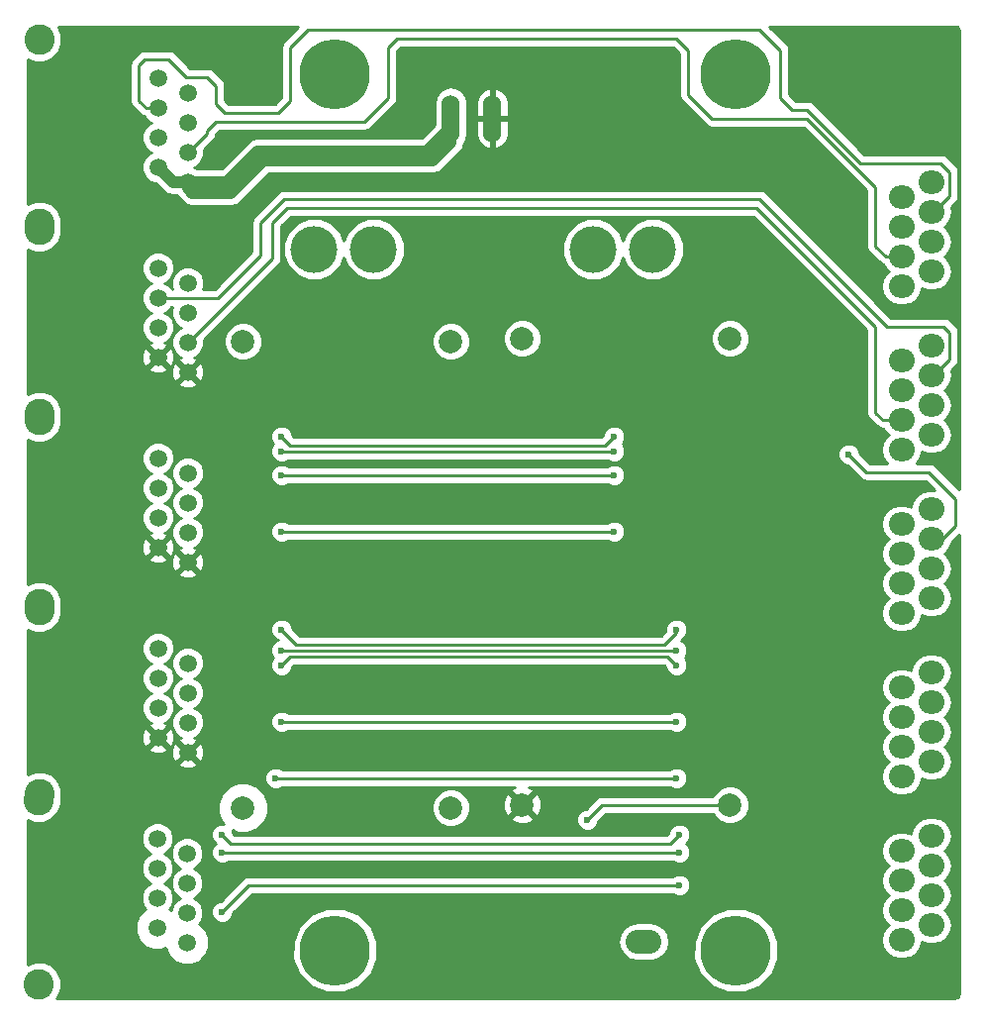
<source format=gbl>
G04 #@! TF.FileFunction,Copper,L2,Bot,Signal*
%FSLAX46Y46*%
G04 Gerber Fmt 4.6, Leading zero omitted, Abs format (unit mm)*
G04 Created by KiCad (PCBNEW 4.0.7) date 10/13/19 14:19:05*
%MOMM*%
%LPD*%
G01*
G04 APERTURE LIST*
%ADD10C,0.100000*%
%ADD11C,1.500000*%
%ADD12C,2.600000*%
%ADD13C,6.000000*%
%ADD14C,2.000000*%
%ADD15O,3.048000X2.032000*%
%ADD16C,4.000000*%
%ADD17O,2.200000X2.000000*%
%ADD18O,1.524000X4.064000*%
%ADD19C,0.600000*%
%ADD20C,0.250000*%
%ADD21C,1.000000*%
%ADD22C,0.254000*%
G04 APERTURE END LIST*
D10*
D11*
X67640200Y-109550200D03*
X67640200Y-107010200D03*
X67640200Y-104470200D03*
X67640200Y-101930200D03*
X70180200Y-110820200D03*
X70180200Y-108280200D03*
X70180200Y-105740200D03*
X70180200Y-103200200D03*
D12*
X57480200Y-98628200D03*
X57480200Y-114376200D03*
D11*
X67640200Y-93294200D03*
X67640200Y-90754200D03*
X67640200Y-88214200D03*
X67640200Y-85674200D03*
X70180200Y-94564200D03*
X70180200Y-92024200D03*
X70180200Y-89484200D03*
X70180200Y-86944200D03*
D12*
X57480200Y-82372200D03*
X57480200Y-98120200D03*
D13*
X117068600Y-52806600D03*
D14*
X74904600Y-115544600D03*
X92684600Y-115544600D03*
X92684600Y-75666600D03*
X74904600Y-75666600D03*
D13*
X82778600Y-127736600D03*
D15*
X90144600Y-126974600D03*
X109194600Y-126974600D03*
D16*
X86080600Y-67792600D03*
X81000600Y-67792600D03*
D13*
X117068600Y-127736600D03*
X82778600Y-52806600D03*
D16*
X109956600Y-67792600D03*
X104876600Y-67792600D03*
D11*
X67589400Y-125806200D03*
X67589400Y-123266200D03*
X67589400Y-120726200D03*
X67589400Y-118186200D03*
X70129400Y-127076200D03*
X70129400Y-124536200D03*
X70129400Y-121996200D03*
X70129400Y-119456200D03*
D12*
X57429400Y-114884200D03*
X57429400Y-130632200D03*
D11*
X67640200Y-60782200D03*
X67640200Y-58242200D03*
X67640200Y-55702200D03*
X67640200Y-53162200D03*
X70180200Y-62052200D03*
X70180200Y-59512200D03*
X70180200Y-56972200D03*
X70180200Y-54432200D03*
D12*
X57480200Y-49860200D03*
X57480200Y-65608200D03*
D14*
X98780600Y-115290600D03*
X116560600Y-115290600D03*
X116560600Y-75412600D03*
X98780600Y-75412600D03*
D17*
X133781800Y-69697600D03*
X133781800Y-67157600D03*
X133781800Y-64617600D03*
X133781800Y-62077600D03*
X131241800Y-70967600D03*
X131241800Y-68427600D03*
X131241800Y-65887600D03*
X131241800Y-63347600D03*
X133781800Y-111607600D03*
X133781800Y-109067600D03*
X133781800Y-106527600D03*
X133781800Y-103987600D03*
X131241800Y-112877600D03*
X131241800Y-110337600D03*
X131241800Y-107797600D03*
X131241800Y-105257600D03*
X133781800Y-125577600D03*
X133781800Y-123037600D03*
X133781800Y-120497600D03*
X133781800Y-117957600D03*
X131241800Y-126847600D03*
X131241800Y-124307600D03*
X131241800Y-121767600D03*
X131241800Y-119227600D03*
X133781800Y-97637600D03*
X133781800Y-95097600D03*
X133781800Y-92557600D03*
X133781800Y-90017600D03*
X131241800Y-98907600D03*
X131241800Y-96367600D03*
X131241800Y-93827600D03*
X131241800Y-91287600D03*
X133781800Y-83667600D03*
X133781800Y-81127600D03*
X133781800Y-78587600D03*
X133781800Y-76047600D03*
X131241800Y-84937600D03*
X131241800Y-82397600D03*
X131241800Y-79857600D03*
X131241800Y-77317600D03*
D11*
X67640200Y-77038200D03*
X67640200Y-74498200D03*
X67640200Y-71958200D03*
X67640200Y-69418200D03*
X70180200Y-78308200D03*
X70180200Y-75768200D03*
X70180200Y-73228200D03*
X70180200Y-70688200D03*
D12*
X57480200Y-66116200D03*
X57480200Y-81864200D03*
D18*
X92684600Y-56616600D03*
X96240600Y-56616600D03*
D19*
X78206600Y-100304600D03*
X111988600Y-100304600D03*
X111988600Y-102082600D03*
X78206600Y-102082600D03*
X111988600Y-103352600D03*
X78206600Y-103352600D03*
X106654600Y-83794600D03*
X126720600Y-85318600D03*
X78206600Y-83794600D03*
X78206600Y-85064600D03*
X106654600Y-85064600D03*
X106654600Y-91922600D03*
X78206600Y-91922600D03*
X106654600Y-87096600D03*
X78206600Y-87096600D03*
X112242600Y-122148600D03*
X73126600Y-124434600D03*
X112242600Y-119354600D03*
X73126600Y-119354600D03*
X77698600Y-113004600D03*
X111988600Y-113004600D03*
X112242600Y-117830600D03*
X73126600Y-117830600D03*
X111988600Y-108178600D03*
X78206600Y-108178600D03*
X104368600Y-116560600D03*
D20*
X111988600Y-100304600D02*
X111988600Y-100558600D01*
X79476600Y-101574600D02*
X78206600Y-100304600D01*
X110972600Y-101574600D02*
X79476600Y-101574600D01*
X111988600Y-100558600D02*
X110972600Y-101574600D01*
X78206600Y-102082600D02*
X111988600Y-102082600D01*
X78206600Y-103352600D02*
X78968600Y-102590600D01*
X111226600Y-102590600D02*
X111988600Y-103352600D01*
X78968600Y-102590600D02*
X111226600Y-102590600D01*
X78206600Y-83794600D02*
X78968600Y-84556600D01*
X105892600Y-84556600D02*
X106654600Y-83794600D01*
X78968600Y-84556600D02*
X105892600Y-84556600D01*
X131038600Y-86842600D02*
X128244600Y-86842600D01*
X133578600Y-86842600D02*
X131038600Y-86842600D01*
X135864600Y-89128600D02*
X133578600Y-86842600D01*
X135864600Y-91414600D02*
X135864600Y-89128600D01*
X134721600Y-92557600D02*
X135864600Y-91414600D01*
X128244600Y-86842600D02*
X126720600Y-85318600D01*
X133781800Y-92557600D02*
X134721600Y-92557600D01*
X78206600Y-85064600D02*
X106654600Y-85064600D01*
X67627500Y-85661500D02*
X67627500Y-85331300D01*
X78206600Y-91922600D02*
X106654600Y-91922600D01*
X78206600Y-87096600D02*
X106654600Y-87096600D01*
X70167500Y-86931500D02*
X70167500Y-86855300D01*
X70104000Y-86868000D02*
X70485000Y-86868000D01*
X67640200Y-71958200D02*
X72771000Y-71958200D01*
X78460600Y-63474600D02*
X119100600Y-63474600D01*
X76428600Y-65506600D02*
X78460600Y-63474600D01*
X76428600Y-68300600D02*
X76428600Y-65506600D01*
X72771000Y-71958200D02*
X76428600Y-68300600D01*
X133781800Y-78587600D02*
X133959600Y-78587600D01*
X133959600Y-78587600D02*
X135356600Y-77190600D01*
X135356600Y-74904600D02*
X135102600Y-74650600D01*
X135356600Y-77190600D02*
X135356600Y-74904600D01*
X133781800Y-78587600D02*
X134467600Y-78587600D01*
X130022600Y-74396600D02*
X128498600Y-72872600D01*
X134848600Y-74396600D02*
X130022600Y-74396600D01*
X135102600Y-74650600D02*
X134848600Y-74396600D01*
X119100600Y-63474600D02*
X128498600Y-72872600D01*
X128498600Y-72872600D02*
X128752600Y-73126600D01*
X129006600Y-81762600D02*
X129006600Y-74396600D01*
X129006600Y-74396600D02*
X128498600Y-73888600D01*
X70180200Y-75768200D02*
X70231000Y-75768200D01*
X70231000Y-75768200D02*
X77444600Y-68554600D01*
X77444600Y-68554600D02*
X77444600Y-65506600D01*
X77444600Y-65506600D02*
X78714600Y-64236600D01*
X78714600Y-64236600D02*
X118846600Y-64236600D01*
X118846600Y-64236600D02*
X128498600Y-73888600D01*
X70231000Y-75768200D02*
X73126600Y-72872600D01*
X129006600Y-81762600D02*
X129641600Y-82397600D01*
X129641600Y-82397600D02*
X131241800Y-82397600D01*
X66014600Y-52298600D02*
X66014600Y-52044600D01*
X80492600Y-48996600D02*
X80746600Y-48996600D01*
X78968600Y-50520600D02*
X80492600Y-48996600D01*
X78968600Y-55092600D02*
X78968600Y-50520600D01*
X77952600Y-56108600D02*
X78968600Y-55092600D01*
X73380600Y-56108600D02*
X77952600Y-56108600D01*
X72618600Y-55346600D02*
X73380600Y-56108600D01*
X72618600Y-53822600D02*
X72618600Y-55346600D01*
X71856600Y-53060600D02*
X72618600Y-53822600D01*
X70586600Y-53060600D02*
X71856600Y-53060600D01*
X70078600Y-53060600D02*
X70586600Y-53060600D01*
X68554600Y-51536600D02*
X70078600Y-53060600D01*
X66522600Y-51536600D02*
X68554600Y-51536600D01*
X66014600Y-52044600D02*
X66522600Y-51536600D01*
X135356600Y-61696600D02*
X135356600Y-61188600D01*
X118592600Y-48996600D02*
X80746600Y-48996600D01*
X135356600Y-63220600D02*
X135356600Y-61696600D01*
X135356600Y-61188600D02*
X134594600Y-60426600D01*
X134594600Y-60426600D02*
X127736600Y-60426600D01*
X127736600Y-60426600D02*
X123164600Y-55854600D01*
X123164600Y-55854600D02*
X121894600Y-55854600D01*
X121894600Y-55854600D02*
X120878600Y-54838600D01*
X120878600Y-54838600D02*
X120878600Y-50774600D01*
X120878600Y-50774600D02*
X119100600Y-48996600D01*
X119100600Y-48996600D02*
X118592600Y-48996600D01*
X133781800Y-64617600D02*
X133959600Y-64617600D01*
X133959600Y-64617600D02*
X135356600Y-63220600D01*
X66014600Y-52298600D02*
X66014600Y-55092600D01*
X66014600Y-55092600D02*
X66624200Y-55702200D01*
X66624200Y-55702200D02*
X67640200Y-55702200D01*
X133959600Y-64617600D02*
X135356600Y-63220600D01*
X70180200Y-59512200D02*
X70231000Y-59512200D01*
X70231000Y-59512200D02*
X71856600Y-57886600D01*
X129895600Y-68427600D02*
X131241800Y-68427600D01*
X129006600Y-67538600D02*
X129895600Y-68427600D01*
X129006600Y-62458600D02*
X129006600Y-67538600D01*
X123164600Y-56616600D02*
X129006600Y-62458600D01*
X115036600Y-56616600D02*
X123164600Y-56616600D01*
X113004600Y-54584600D02*
X115036600Y-56616600D01*
X113004600Y-50774600D02*
X113004600Y-54584600D01*
X111988600Y-49758600D02*
X113004600Y-50774600D01*
X88112600Y-49758600D02*
X111988600Y-49758600D01*
X87350600Y-50520600D02*
X88112600Y-49758600D01*
X87350600Y-54838600D02*
X87350600Y-50520600D01*
X85318600Y-56870600D02*
X87350600Y-54838600D01*
X72618600Y-56870600D02*
X85318600Y-56870600D01*
X71856600Y-57632600D02*
X72618600Y-56870600D01*
X71856600Y-57886600D02*
X71856600Y-57632600D01*
X75412600Y-122148600D02*
X112242600Y-122148600D01*
X73126600Y-124434600D02*
X75412600Y-122148600D01*
X70167500Y-124523500D02*
X70700900Y-124523500D01*
X73126600Y-119354600D02*
X112242600Y-119354600D01*
X77698600Y-113004600D02*
X111988600Y-113004600D01*
X67627500Y-120713500D02*
X67017900Y-120713500D01*
X112242600Y-117830600D02*
X111480600Y-118592600D01*
X73888600Y-118592600D02*
X73126600Y-117830600D01*
X111480600Y-118592600D02*
X73888600Y-118592600D01*
X78206600Y-108178600D02*
X111988600Y-108178600D01*
X105638600Y-115290600D02*
X116560600Y-115290600D01*
X104368600Y-116560600D02*
X105638600Y-115290600D01*
D21*
X70180200Y-62052200D02*
X70180200Y-62560200D01*
X70180200Y-62560200D02*
X70586600Y-62966600D01*
X92684600Y-58648600D02*
X92684600Y-56616600D01*
X91160600Y-60172600D02*
X92684600Y-58648600D01*
X76682600Y-60172600D02*
X91160600Y-60172600D01*
X73888600Y-62966600D02*
X76682600Y-60172600D01*
X70586600Y-62966600D02*
X73888600Y-62966600D01*
X70180200Y-62052200D02*
X68910200Y-62052200D01*
X68910200Y-62052200D02*
X67640200Y-60782200D01*
X92684600Y-56616600D02*
X92684600Y-57378600D01*
X92684600Y-57378600D02*
X90652600Y-59410600D01*
X90652600Y-59410600D02*
X76174600Y-59410600D01*
X76174600Y-59410600D02*
X73533000Y-62052200D01*
X73533000Y-62052200D02*
X70180200Y-62052200D01*
D22*
G36*
X78431199Y-49983199D02*
X78266452Y-50229761D01*
X78208600Y-50520600D01*
X78208600Y-54777798D01*
X77637798Y-55348600D01*
X73695402Y-55348600D01*
X73378600Y-55031798D01*
X73378600Y-53822600D01*
X73320748Y-53531761D01*
X73156001Y-53285199D01*
X72394001Y-52523199D01*
X72147439Y-52358452D01*
X71856600Y-52300600D01*
X70393402Y-52300600D01*
X69092001Y-50999199D01*
X68845439Y-50834452D01*
X68554600Y-50776600D01*
X66522600Y-50776600D01*
X66231761Y-50834452D01*
X65985199Y-50999199D01*
X65477199Y-51507199D01*
X65312452Y-51753761D01*
X65254600Y-52044600D01*
X65254600Y-55092600D01*
X65312452Y-55383439D01*
X65477199Y-55630001D01*
X66086799Y-56239601D01*
X66333361Y-56404348D01*
X66440560Y-56425671D01*
X66465369Y-56485715D01*
X66854636Y-56875661D01*
X67087070Y-56972176D01*
X66856685Y-57067369D01*
X66466739Y-57456636D01*
X66255441Y-57965498D01*
X66254960Y-58516485D01*
X66465369Y-59025715D01*
X66854636Y-59415661D01*
X67087070Y-59512176D01*
X66856685Y-59607369D01*
X66466739Y-59996636D01*
X66255441Y-60505498D01*
X66254960Y-61056485D01*
X66465369Y-61565715D01*
X66854636Y-61955661D01*
X67363498Y-62166959D01*
X67419876Y-62167008D01*
X68107634Y-62854766D01*
X68475854Y-63100803D01*
X68910200Y-63187200D01*
X69260324Y-63187200D01*
X69286939Y-63227031D01*
X69377634Y-63362766D01*
X69784034Y-63769166D01*
X70152254Y-64015203D01*
X70586600Y-64101600D01*
X73888600Y-64101600D01*
X74322946Y-64015203D01*
X74691166Y-63769166D01*
X77152732Y-61307600D01*
X91160600Y-61307600D01*
X91594946Y-61221203D01*
X91963166Y-60975166D01*
X93487166Y-59451167D01*
X93733203Y-59082946D01*
X93756817Y-58964230D01*
X93803224Y-58730929D01*
X93975260Y-58473459D01*
X94081600Y-57938850D01*
X94081600Y-56743600D01*
X94843600Y-56743600D01*
X94843600Y-58013600D01*
X94998541Y-58538541D01*
X95342574Y-58964230D01*
X95823323Y-59225860D01*
X95897530Y-59240820D01*
X96113600Y-59118320D01*
X96113600Y-56743600D01*
X96367600Y-56743600D01*
X96367600Y-59118320D01*
X96583670Y-59240820D01*
X96657877Y-59225860D01*
X97138626Y-58964230D01*
X97482659Y-58538541D01*
X97637600Y-58013600D01*
X97637600Y-56743600D01*
X96367600Y-56743600D01*
X96113600Y-56743600D01*
X94843600Y-56743600D01*
X94081600Y-56743600D01*
X94081600Y-55294350D01*
X94066732Y-55219600D01*
X94843600Y-55219600D01*
X94843600Y-56489600D01*
X96113600Y-56489600D01*
X96113600Y-54114880D01*
X96367600Y-54114880D01*
X96367600Y-56489600D01*
X97637600Y-56489600D01*
X97637600Y-55219600D01*
X97482659Y-54694659D01*
X97138626Y-54268970D01*
X96657877Y-54007340D01*
X96583670Y-53992380D01*
X96367600Y-54114880D01*
X96113600Y-54114880D01*
X95897530Y-53992380D01*
X95823323Y-54007340D01*
X95342574Y-54268970D01*
X94998541Y-54694659D01*
X94843600Y-55219600D01*
X94066732Y-55219600D01*
X93975260Y-54759741D01*
X93672428Y-54306522D01*
X93219209Y-54003690D01*
X92684600Y-53897350D01*
X92149991Y-54003690D01*
X91696772Y-54306522D01*
X91393940Y-54759741D01*
X91287600Y-55294350D01*
X91287600Y-57170468D01*
X90182468Y-58275600D01*
X76174600Y-58275600D01*
X75740255Y-58361996D01*
X75372034Y-58608033D01*
X73062868Y-60917200D01*
X71004158Y-60917200D01*
X70965764Y-60878739D01*
X70733330Y-60782224D01*
X70963715Y-60687031D01*
X71353661Y-60297764D01*
X71564959Y-59788902D01*
X71565427Y-59252575D01*
X72394001Y-58424001D01*
X72558748Y-58177439D01*
X72601503Y-57962499D01*
X72933402Y-57630600D01*
X85318600Y-57630600D01*
X85609439Y-57572748D01*
X85856001Y-57408001D01*
X87888001Y-55376001D01*
X88052748Y-55129439D01*
X88110600Y-54838600D01*
X88110600Y-50835402D01*
X88427402Y-50518600D01*
X111673798Y-50518600D01*
X112244600Y-51089402D01*
X112244600Y-54584600D01*
X112302452Y-54875439D01*
X112467199Y-55122001D01*
X114499199Y-57154001D01*
X114745761Y-57318748D01*
X115036600Y-57376600D01*
X122849798Y-57376600D01*
X128246600Y-62773402D01*
X128246600Y-67538600D01*
X128304452Y-67829439D01*
X128469199Y-68076001D01*
X129358199Y-68965001D01*
X129604761Y-69129748D01*
X129655038Y-69139749D01*
X129951689Y-69583720D01*
X130122123Y-69697600D01*
X129951689Y-69811480D01*
X129597266Y-70341913D01*
X129472809Y-70967600D01*
X129597266Y-71593287D01*
X129951689Y-72123720D01*
X130482122Y-72478143D01*
X131107809Y-72602600D01*
X131375791Y-72602600D01*
X132001478Y-72478143D01*
X132531911Y-72123720D01*
X132886334Y-71593287D01*
X132969887Y-71173240D01*
X133022122Y-71208143D01*
X133647809Y-71332600D01*
X133915791Y-71332600D01*
X134541478Y-71208143D01*
X135071911Y-70853720D01*
X135426334Y-70323287D01*
X135550791Y-69697600D01*
X135426334Y-69071913D01*
X135071911Y-68541480D01*
X134901477Y-68427600D01*
X135071911Y-68313720D01*
X135426334Y-67783287D01*
X135550791Y-67157600D01*
X135426334Y-66531913D01*
X135071911Y-66001480D01*
X134901477Y-65887600D01*
X135071911Y-65773720D01*
X135426334Y-65243287D01*
X135550791Y-64617600D01*
X135465116Y-64186886D01*
X135894001Y-63758001D01*
X136058748Y-63511440D01*
X136116600Y-63220600D01*
X136116600Y-61188600D01*
X136058748Y-60897761D01*
X135894001Y-60651199D01*
X135132001Y-59889199D01*
X134885439Y-59724452D01*
X134594600Y-59666600D01*
X128051402Y-59666600D01*
X123702001Y-55317199D01*
X123455439Y-55152452D01*
X123164600Y-55094600D01*
X122209402Y-55094600D01*
X121638600Y-54523798D01*
X121638600Y-50774600D01*
X121580748Y-50483761D01*
X121416001Y-50237199D01*
X119945602Y-48766800D01*
X135743696Y-48766800D01*
X135957327Y-48809294D01*
X136052089Y-48872611D01*
X136115406Y-48967373D01*
X136145200Y-49117156D01*
X136145200Y-88334398D01*
X134116001Y-86305199D01*
X133869439Y-86140452D01*
X133578600Y-86082600D01*
X132539341Y-86082600D01*
X132886334Y-85563287D01*
X132969887Y-85143240D01*
X133022122Y-85178143D01*
X133647809Y-85302600D01*
X133915791Y-85302600D01*
X134541478Y-85178143D01*
X135071911Y-84823720D01*
X135426334Y-84293287D01*
X135550791Y-83667600D01*
X135426334Y-83041913D01*
X135071911Y-82511480D01*
X134901477Y-82397600D01*
X135071911Y-82283720D01*
X135426334Y-81753287D01*
X135550791Y-81127600D01*
X135426334Y-80501913D01*
X135071911Y-79971480D01*
X134901477Y-79857600D01*
X135071911Y-79743720D01*
X135426334Y-79213287D01*
X135550791Y-78587600D01*
X135465116Y-78156886D01*
X135894001Y-77728001D01*
X136058748Y-77481440D01*
X136116600Y-77190600D01*
X136116600Y-74904600D01*
X136090801Y-74774902D01*
X136058748Y-74613760D01*
X135894001Y-74367199D01*
X135386001Y-73859199D01*
X135139439Y-73694452D01*
X134848600Y-73636600D01*
X130337402Y-73636600D01*
X119638001Y-62937199D01*
X119391439Y-62772452D01*
X119100600Y-62714600D01*
X78460600Y-62714600D01*
X78169761Y-62772452D01*
X77923199Y-62937199D01*
X75891199Y-64969199D01*
X75726452Y-65215761D01*
X75668600Y-65506600D01*
X75668600Y-67985798D01*
X72456198Y-71198200D01*
X71468085Y-71198200D01*
X71564959Y-70964902D01*
X71565440Y-70413915D01*
X71355031Y-69904685D01*
X70965764Y-69514739D01*
X70456902Y-69303441D01*
X69905915Y-69302960D01*
X69396685Y-69513369D01*
X69006739Y-69902636D01*
X68795441Y-70411498D01*
X68794960Y-70962485D01*
X68892355Y-71198200D01*
X68824747Y-71198200D01*
X68815031Y-71174685D01*
X68425764Y-70784739D01*
X68193330Y-70688224D01*
X68423715Y-70593031D01*
X68813661Y-70203764D01*
X69024959Y-69694902D01*
X69025440Y-69143915D01*
X68815031Y-68634685D01*
X68425764Y-68244739D01*
X67916902Y-68033441D01*
X67365915Y-68032960D01*
X66856685Y-68243369D01*
X66466739Y-68632636D01*
X66255441Y-69141498D01*
X66254960Y-69692485D01*
X66465369Y-70201715D01*
X66854636Y-70591661D01*
X67087070Y-70688176D01*
X66856685Y-70783369D01*
X66466739Y-71172636D01*
X66255441Y-71681498D01*
X66254960Y-72232485D01*
X66465369Y-72741715D01*
X66854636Y-73131661D01*
X67087070Y-73228176D01*
X66856685Y-73323369D01*
X66466739Y-73712636D01*
X66255441Y-74221498D01*
X66254960Y-74772485D01*
X66465369Y-75281715D01*
X66854636Y-75671661D01*
X67071179Y-75761577D01*
X66916277Y-75825740D01*
X66848288Y-76066683D01*
X67640200Y-76858595D01*
X68432112Y-76066683D01*
X68364123Y-75825740D01*
X68197579Y-75766468D01*
X68423715Y-75673031D01*
X68813661Y-75283764D01*
X69024959Y-74774902D01*
X69025440Y-74223915D01*
X68815031Y-73714685D01*
X68425764Y-73324739D01*
X68193330Y-73228224D01*
X68423715Y-73133031D01*
X68813661Y-72743764D01*
X68824276Y-72718200D01*
X68892315Y-72718200D01*
X68795441Y-72951498D01*
X68794960Y-73502485D01*
X69005369Y-74011715D01*
X69394636Y-74401661D01*
X69627070Y-74498176D01*
X69396685Y-74593369D01*
X69006739Y-74982636D01*
X68795441Y-75491498D01*
X68794960Y-76042485D01*
X69005369Y-76551715D01*
X69394636Y-76941661D01*
X69611179Y-77031577D01*
X69456277Y-77095740D01*
X69388288Y-77336683D01*
X70180200Y-78128595D01*
X70972112Y-77336683D01*
X70904123Y-77095740D01*
X70737579Y-77036468D01*
X70963715Y-76943031D01*
X71353661Y-76553764D01*
X71564959Y-76044902D01*
X71565006Y-75990395D01*
X73269316Y-75990395D01*
X73517706Y-76591543D01*
X73977237Y-77051878D01*
X74577952Y-77301316D01*
X75228395Y-77301884D01*
X75829543Y-77053494D01*
X76289878Y-76593963D01*
X76539316Y-75993248D01*
X76539318Y-75990395D01*
X91049316Y-75990395D01*
X91297706Y-76591543D01*
X91757237Y-77051878D01*
X92357952Y-77301316D01*
X93008395Y-77301884D01*
X93609543Y-77053494D01*
X94069878Y-76593963D01*
X94319316Y-75993248D01*
X94319540Y-75736395D01*
X97145316Y-75736395D01*
X97393706Y-76337543D01*
X97853237Y-76797878D01*
X98453952Y-77047316D01*
X99104395Y-77047884D01*
X99705543Y-76799494D01*
X100165878Y-76339963D01*
X100415316Y-75739248D01*
X100415318Y-75736395D01*
X114925316Y-75736395D01*
X115173706Y-76337543D01*
X115633237Y-76797878D01*
X116233952Y-77047316D01*
X116884395Y-77047884D01*
X117485543Y-76799494D01*
X117945878Y-76339963D01*
X118195316Y-75739248D01*
X118195884Y-75088805D01*
X117947494Y-74487657D01*
X117487963Y-74027322D01*
X116887248Y-73777884D01*
X116236805Y-73777316D01*
X115635657Y-74025706D01*
X115175322Y-74485237D01*
X114925884Y-75085952D01*
X114925316Y-75736395D01*
X100415318Y-75736395D01*
X100415884Y-75088805D01*
X100167494Y-74487657D01*
X99707963Y-74027322D01*
X99107248Y-73777884D01*
X98456805Y-73777316D01*
X97855657Y-74025706D01*
X97395322Y-74485237D01*
X97145884Y-75085952D01*
X97145316Y-75736395D01*
X94319540Y-75736395D01*
X94319884Y-75342805D01*
X94071494Y-74741657D01*
X93611963Y-74281322D01*
X93011248Y-74031884D01*
X92360805Y-74031316D01*
X91759657Y-74279706D01*
X91299322Y-74739237D01*
X91049884Y-75339952D01*
X91049316Y-75990395D01*
X76539318Y-75990395D01*
X76539884Y-75342805D01*
X76291494Y-74741657D01*
X75831963Y-74281322D01*
X75231248Y-74031884D01*
X74580805Y-74031316D01*
X73979657Y-74279706D01*
X73519322Y-74739237D01*
X73269884Y-75339952D01*
X73269316Y-75990395D01*
X71565006Y-75990395D01*
X71565427Y-75508575D01*
X77982001Y-69092001D01*
X78146748Y-68845439D01*
X78204600Y-68554600D01*
X78204600Y-68314434D01*
X78365143Y-68314434D01*
X78765453Y-69283258D01*
X79506043Y-70025142D01*
X80474167Y-70427142D01*
X81522434Y-70428057D01*
X82491258Y-70027747D01*
X83233142Y-69287157D01*
X83540861Y-68546088D01*
X83845453Y-69283258D01*
X84586043Y-70025142D01*
X85554167Y-70427142D01*
X86602434Y-70428057D01*
X87571258Y-70027747D01*
X88313142Y-69287157D01*
X88715142Y-68319033D01*
X88715146Y-68314434D01*
X102241143Y-68314434D01*
X102641453Y-69283258D01*
X103382043Y-70025142D01*
X104350167Y-70427142D01*
X105398434Y-70428057D01*
X106367258Y-70027747D01*
X107109142Y-69287157D01*
X107416861Y-68546088D01*
X107721453Y-69283258D01*
X108462043Y-70025142D01*
X109430167Y-70427142D01*
X110478434Y-70428057D01*
X111447258Y-70027747D01*
X112189142Y-69287157D01*
X112591142Y-68319033D01*
X112592057Y-67270766D01*
X112191747Y-66301942D01*
X111451157Y-65560058D01*
X110483033Y-65158058D01*
X109434766Y-65157143D01*
X108465942Y-65557453D01*
X107724058Y-66298043D01*
X107416339Y-67039112D01*
X107111747Y-66301942D01*
X106371157Y-65560058D01*
X105403033Y-65158058D01*
X104354766Y-65157143D01*
X103385942Y-65557453D01*
X102644058Y-66298043D01*
X102242058Y-67266167D01*
X102241143Y-68314434D01*
X88715146Y-68314434D01*
X88716057Y-67270766D01*
X88315747Y-66301942D01*
X87575157Y-65560058D01*
X86607033Y-65158058D01*
X85558766Y-65157143D01*
X84589942Y-65557453D01*
X83848058Y-66298043D01*
X83540339Y-67039112D01*
X83235747Y-66301942D01*
X82495157Y-65560058D01*
X81527033Y-65158058D01*
X80478766Y-65157143D01*
X79509942Y-65557453D01*
X78768058Y-66298043D01*
X78366058Y-67266167D01*
X78365143Y-68314434D01*
X78204600Y-68314434D01*
X78204600Y-65821402D01*
X79029402Y-64996600D01*
X118531798Y-64996600D01*
X128246600Y-74711402D01*
X128246600Y-81762600D01*
X128304452Y-82053439D01*
X128469199Y-82300001D01*
X129104199Y-82935001D01*
X129350761Y-83099748D01*
X129641600Y-83157600D01*
X129687011Y-83157600D01*
X129951689Y-83553720D01*
X130122123Y-83667600D01*
X129951689Y-83781480D01*
X129597266Y-84311913D01*
X129472809Y-84937600D01*
X129597266Y-85563287D01*
X129944259Y-86082600D01*
X128559402Y-86082600D01*
X127655722Y-85178920D01*
X127655762Y-85133433D01*
X127513717Y-84789657D01*
X127250927Y-84526408D01*
X126907399Y-84383762D01*
X126535433Y-84383438D01*
X126191657Y-84525483D01*
X125928408Y-84788273D01*
X125785762Y-85131801D01*
X125785438Y-85503767D01*
X125927483Y-85847543D01*
X126190273Y-86110792D01*
X126533801Y-86253438D01*
X126580677Y-86253479D01*
X127707199Y-87380001D01*
X127953760Y-87544748D01*
X128002014Y-87554346D01*
X128244600Y-87602600D01*
X133263798Y-87602600D01*
X134075583Y-88414385D01*
X133915791Y-88382600D01*
X133647809Y-88382600D01*
X133022122Y-88507057D01*
X132491689Y-88861480D01*
X132137266Y-89391913D01*
X132053713Y-89811960D01*
X132001478Y-89777057D01*
X131375791Y-89652600D01*
X131107809Y-89652600D01*
X130482122Y-89777057D01*
X129951689Y-90131480D01*
X129597266Y-90661913D01*
X129472809Y-91287600D01*
X129597266Y-91913287D01*
X129951689Y-92443720D01*
X130122123Y-92557600D01*
X129951689Y-92671480D01*
X129597266Y-93201913D01*
X129472809Y-93827600D01*
X129597266Y-94453287D01*
X129951689Y-94983720D01*
X130122123Y-95097600D01*
X129951689Y-95211480D01*
X129597266Y-95741913D01*
X129472809Y-96367600D01*
X129597266Y-96993287D01*
X129951689Y-97523720D01*
X130122123Y-97637600D01*
X129951689Y-97751480D01*
X129597266Y-98281913D01*
X129472809Y-98907600D01*
X129597266Y-99533287D01*
X129951689Y-100063720D01*
X130482122Y-100418143D01*
X131107809Y-100542600D01*
X131375791Y-100542600D01*
X132001478Y-100418143D01*
X132531911Y-100063720D01*
X132886334Y-99533287D01*
X132969887Y-99113240D01*
X133022122Y-99148143D01*
X133647809Y-99272600D01*
X133915791Y-99272600D01*
X134541478Y-99148143D01*
X135071911Y-98793720D01*
X135426334Y-98263287D01*
X135550791Y-97637600D01*
X135426334Y-97011913D01*
X135071911Y-96481480D01*
X134901477Y-96367600D01*
X135071911Y-96253720D01*
X135426334Y-95723287D01*
X135550791Y-95097600D01*
X135426334Y-94471913D01*
X135071911Y-93941480D01*
X134901477Y-93827600D01*
X135071911Y-93713720D01*
X135426334Y-93183287D01*
X135489805Y-92864197D01*
X136145200Y-92208802D01*
X136145200Y-131476844D01*
X136115406Y-131626627D01*
X136052089Y-131721389D01*
X135957327Y-131784706D01*
X135743696Y-131827200D01*
X58971208Y-131827200D01*
X59068857Y-131729721D01*
X59364063Y-131018784D01*
X59364735Y-130248993D01*
X59070770Y-129537542D01*
X58526921Y-128992743D01*
X57815984Y-128697537D01*
X57046193Y-128696865D01*
X56463000Y-128937835D01*
X56463000Y-126177920D01*
X65712075Y-126177920D01*
X65997229Y-126868046D01*
X66524776Y-127396516D01*
X67214404Y-127682874D01*
X67961120Y-127683525D01*
X68292798Y-127546478D01*
X68537229Y-128138046D01*
X69064776Y-128666516D01*
X69754404Y-128952874D01*
X70501120Y-128953525D01*
X71191246Y-128668371D01*
X71403513Y-128456474D01*
X79142970Y-128456474D01*
X79695200Y-129792972D01*
X80716849Y-130816406D01*
X82052382Y-131370968D01*
X83498474Y-131372230D01*
X84834972Y-130820000D01*
X85858406Y-129798351D01*
X86412968Y-128462818D01*
X86414230Y-127016726D01*
X86396824Y-126974600D01*
X106993303Y-126974600D01*
X107118978Y-127606410D01*
X107476870Y-128142033D01*
X108012493Y-128499925D01*
X108644303Y-128625600D01*
X109744897Y-128625600D01*
X110376707Y-128499925D01*
X110441735Y-128456474D01*
X113432970Y-128456474D01*
X113985200Y-129792972D01*
X115006849Y-130816406D01*
X116342382Y-131370968D01*
X117788474Y-131372230D01*
X119124972Y-130820000D01*
X120148406Y-129798351D01*
X120702968Y-128462818D01*
X120704230Y-127016726D01*
X120152000Y-125680228D01*
X119130351Y-124656794D01*
X117794818Y-124102232D01*
X116348726Y-124100970D01*
X115012228Y-124653200D01*
X113988794Y-125674849D01*
X113434232Y-127010382D01*
X113432970Y-128456474D01*
X110441735Y-128456474D01*
X110912330Y-128142033D01*
X111270222Y-127606410D01*
X111395897Y-126974600D01*
X111270222Y-126342790D01*
X110912330Y-125807167D01*
X110376707Y-125449275D01*
X109744897Y-125323600D01*
X108644303Y-125323600D01*
X108012493Y-125449275D01*
X107476870Y-125807167D01*
X107118978Y-126342790D01*
X106993303Y-126974600D01*
X86396824Y-126974600D01*
X85862000Y-125680228D01*
X84840351Y-124656794D01*
X83504818Y-124102232D01*
X82058726Y-124100970D01*
X80722228Y-124653200D01*
X79698794Y-125674849D01*
X79144232Y-127010382D01*
X79142970Y-128456474D01*
X71403513Y-128456474D01*
X71719716Y-128140824D01*
X72006074Y-127451196D01*
X72006725Y-126704480D01*
X71721571Y-126014354D01*
X71194024Y-125485884D01*
X71154779Y-125469588D01*
X71302861Y-125321764D01*
X71514159Y-124812902D01*
X71514327Y-124619767D01*
X72191438Y-124619767D01*
X72333483Y-124963543D01*
X72596273Y-125226792D01*
X72939801Y-125369438D01*
X73311767Y-125369762D01*
X73655543Y-125227717D01*
X73918792Y-124964927D01*
X74061438Y-124621399D01*
X74061479Y-124574523D01*
X75727402Y-122908600D01*
X111680137Y-122908600D01*
X111712273Y-122940792D01*
X112055801Y-123083438D01*
X112427767Y-123083762D01*
X112771543Y-122941717D01*
X113034792Y-122678927D01*
X113177438Y-122335399D01*
X113177762Y-121963433D01*
X113035717Y-121619657D01*
X112772927Y-121356408D01*
X112429399Y-121213762D01*
X112057433Y-121213438D01*
X111713657Y-121355483D01*
X111680482Y-121388600D01*
X75412600Y-121388600D01*
X75121760Y-121446452D01*
X74875199Y-121611199D01*
X72986920Y-123499478D01*
X72941433Y-123499438D01*
X72597657Y-123641483D01*
X72334408Y-123904273D01*
X72191762Y-124247801D01*
X72191438Y-124619767D01*
X71514327Y-124619767D01*
X71514640Y-124261915D01*
X71304231Y-123752685D01*
X70914964Y-123362739D01*
X70682530Y-123266224D01*
X70912915Y-123171031D01*
X71302861Y-122781764D01*
X71514159Y-122272902D01*
X71514640Y-121721915D01*
X71304231Y-121212685D01*
X70914964Y-120822739D01*
X70682530Y-120726224D01*
X70912915Y-120631031D01*
X71302861Y-120241764D01*
X71514159Y-119732902D01*
X71514640Y-119181915D01*
X71304231Y-118672685D01*
X70914964Y-118282739D01*
X70406102Y-118071441D01*
X69855115Y-118070960D01*
X69345885Y-118281369D01*
X68955939Y-118670636D01*
X68744641Y-119179498D01*
X68744160Y-119730485D01*
X68954569Y-120239715D01*
X69343836Y-120629661D01*
X69576270Y-120726176D01*
X69345885Y-120821369D01*
X68955939Y-121210636D01*
X68744641Y-121719498D01*
X68744160Y-122270485D01*
X68954569Y-122779715D01*
X69343836Y-123169661D01*
X69576270Y-123266176D01*
X69345885Y-123361369D01*
X68955939Y-123750636D01*
X68744641Y-124259498D01*
X68744600Y-124306618D01*
X68654024Y-124215884D01*
X68614779Y-124199588D01*
X68762861Y-124051764D01*
X68974159Y-123542902D01*
X68974640Y-122991915D01*
X68764231Y-122482685D01*
X68374964Y-122092739D01*
X68142530Y-121996224D01*
X68372915Y-121901031D01*
X68762861Y-121511764D01*
X68974159Y-121002902D01*
X68974640Y-120451915D01*
X68764231Y-119942685D01*
X68374964Y-119552739D01*
X68142530Y-119456224D01*
X68372915Y-119361031D01*
X68762861Y-118971764D01*
X68974159Y-118462902D01*
X68974549Y-118015767D01*
X72191438Y-118015767D01*
X72333483Y-118359543D01*
X72566309Y-118592776D01*
X72334408Y-118824273D01*
X72191762Y-119167801D01*
X72191438Y-119539767D01*
X72333483Y-119883543D01*
X72596273Y-120146792D01*
X72939801Y-120289438D01*
X73311767Y-120289762D01*
X73655543Y-120147717D01*
X73688718Y-120114600D01*
X111680137Y-120114600D01*
X111712273Y-120146792D01*
X112055801Y-120289438D01*
X112427767Y-120289762D01*
X112771543Y-120147717D01*
X113034792Y-119884927D01*
X113177438Y-119541399D01*
X113177711Y-119227600D01*
X129472809Y-119227600D01*
X129597266Y-119853287D01*
X129951689Y-120383720D01*
X130122123Y-120497600D01*
X129951689Y-120611480D01*
X129597266Y-121141913D01*
X129472809Y-121767600D01*
X129597266Y-122393287D01*
X129951689Y-122923720D01*
X130122123Y-123037600D01*
X129951689Y-123151480D01*
X129597266Y-123681913D01*
X129472809Y-124307600D01*
X129597266Y-124933287D01*
X129951689Y-125463720D01*
X130122123Y-125577600D01*
X129951689Y-125691480D01*
X129597266Y-126221913D01*
X129472809Y-126847600D01*
X129597266Y-127473287D01*
X129951689Y-128003720D01*
X130482122Y-128358143D01*
X131107809Y-128482600D01*
X131375791Y-128482600D01*
X132001478Y-128358143D01*
X132531911Y-128003720D01*
X132886334Y-127473287D01*
X132969887Y-127053240D01*
X133022122Y-127088143D01*
X133647809Y-127212600D01*
X133915791Y-127212600D01*
X134541478Y-127088143D01*
X135071911Y-126733720D01*
X135426334Y-126203287D01*
X135550791Y-125577600D01*
X135426334Y-124951913D01*
X135071911Y-124421480D01*
X134901477Y-124307600D01*
X135071911Y-124193720D01*
X135426334Y-123663287D01*
X135550791Y-123037600D01*
X135426334Y-122411913D01*
X135071911Y-121881480D01*
X134901477Y-121767600D01*
X135071911Y-121653720D01*
X135426334Y-121123287D01*
X135550791Y-120497600D01*
X135426334Y-119871913D01*
X135071911Y-119341480D01*
X134901477Y-119227600D01*
X135071911Y-119113720D01*
X135426334Y-118583287D01*
X135550791Y-117957600D01*
X135426334Y-117331913D01*
X135071911Y-116801480D01*
X134541478Y-116447057D01*
X133915791Y-116322600D01*
X133647809Y-116322600D01*
X133022122Y-116447057D01*
X132491689Y-116801480D01*
X132137266Y-117331913D01*
X132053713Y-117751960D01*
X132001478Y-117717057D01*
X131375791Y-117592600D01*
X131107809Y-117592600D01*
X130482122Y-117717057D01*
X129951689Y-118071480D01*
X129597266Y-118601913D01*
X129472809Y-119227600D01*
X113177711Y-119227600D01*
X113177762Y-119169433D01*
X113035717Y-118825657D01*
X112802891Y-118592424D01*
X113034792Y-118360927D01*
X113177438Y-118017399D01*
X113177762Y-117645433D01*
X113035717Y-117301657D01*
X112772927Y-117038408D01*
X112429399Y-116895762D01*
X112057433Y-116895438D01*
X111713657Y-117037483D01*
X111450408Y-117300273D01*
X111307762Y-117643801D01*
X111307721Y-117690677D01*
X111165798Y-117832600D01*
X74203402Y-117832600D01*
X74061722Y-117690920D01*
X74061762Y-117645433D01*
X73988080Y-117467109D01*
X74479657Y-117671230D01*
X75325830Y-117671968D01*
X76107874Y-117348834D01*
X76706731Y-116751022D01*
X77031230Y-115969543D01*
X77031318Y-115868395D01*
X91049316Y-115868395D01*
X91297706Y-116469543D01*
X91757237Y-116929878D01*
X92357952Y-117179316D01*
X93008395Y-117179884D01*
X93609543Y-116931494D01*
X94069878Y-116471963D01*
X94081849Y-116443132D01*
X97807673Y-116443132D01*
X97906336Y-116709987D01*
X98516061Y-116936508D01*
X99166060Y-116912456D01*
X99568483Y-116745767D01*
X103433438Y-116745767D01*
X103575483Y-117089543D01*
X103838273Y-117352792D01*
X104181801Y-117495438D01*
X104553767Y-117495762D01*
X104897543Y-117353717D01*
X105160792Y-117090927D01*
X105303438Y-116747399D01*
X105303479Y-116700523D01*
X105953402Y-116050600D01*
X115105553Y-116050600D01*
X115173706Y-116215543D01*
X115633237Y-116675878D01*
X116233952Y-116925316D01*
X116884395Y-116925884D01*
X117485543Y-116677494D01*
X117945878Y-116217963D01*
X118195316Y-115617248D01*
X118195884Y-114966805D01*
X117947494Y-114365657D01*
X117487963Y-113905322D01*
X116887248Y-113655884D01*
X116236805Y-113655316D01*
X115635657Y-113903706D01*
X115175322Y-114363237D01*
X115105827Y-114530600D01*
X105638600Y-114530600D01*
X105347760Y-114588452D01*
X105101199Y-114753199D01*
X104228920Y-115625478D01*
X104183433Y-115625438D01*
X103839657Y-115767483D01*
X103576408Y-116030273D01*
X103433762Y-116373801D01*
X103433438Y-116745767D01*
X99568483Y-116745767D01*
X99654864Y-116709987D01*
X99753527Y-116443132D01*
X98780600Y-115470205D01*
X97807673Y-116443132D01*
X94081849Y-116443132D01*
X94319316Y-115871248D01*
X94319884Y-115220805D01*
X94239418Y-115026061D01*
X97134692Y-115026061D01*
X97158744Y-115676060D01*
X97361213Y-116164864D01*
X97628068Y-116263527D01*
X98600995Y-115290600D01*
X98960205Y-115290600D01*
X99933132Y-116263527D01*
X100199987Y-116164864D01*
X100426508Y-115555139D01*
X100402456Y-114905140D01*
X100199987Y-114416336D01*
X99933132Y-114317673D01*
X98960205Y-115290600D01*
X98600995Y-115290600D01*
X97628068Y-114317673D01*
X97361213Y-114416336D01*
X97134692Y-115026061D01*
X94239418Y-115026061D01*
X94071494Y-114619657D01*
X93611963Y-114159322D01*
X93011248Y-113909884D01*
X92360805Y-113909316D01*
X91759657Y-114157706D01*
X91299322Y-114617237D01*
X91049884Y-115217952D01*
X91049316Y-115868395D01*
X77031318Y-115868395D01*
X77031968Y-115123370D01*
X76708834Y-114341326D01*
X76111022Y-113742469D01*
X75329543Y-113417970D01*
X74483370Y-113417232D01*
X73701326Y-113740366D01*
X73102469Y-114338178D01*
X72777970Y-115119657D01*
X72777232Y-115965830D01*
X73100366Y-116747874D01*
X73247939Y-116895705D01*
X72941433Y-116895438D01*
X72597657Y-117037483D01*
X72334408Y-117300273D01*
X72191762Y-117643801D01*
X72191438Y-118015767D01*
X68974549Y-118015767D01*
X68974640Y-117911915D01*
X68764231Y-117402685D01*
X68374964Y-117012739D01*
X67866102Y-116801441D01*
X67315115Y-116800960D01*
X66805885Y-117011369D01*
X66415939Y-117400636D01*
X66204641Y-117909498D01*
X66204160Y-118460485D01*
X66414569Y-118969715D01*
X66803836Y-119359661D01*
X67036270Y-119456176D01*
X66805885Y-119551369D01*
X66415939Y-119940636D01*
X66204641Y-120449498D01*
X66204160Y-121000485D01*
X66414569Y-121509715D01*
X66803836Y-121899661D01*
X67036270Y-121996176D01*
X66805885Y-122091369D01*
X66415939Y-122480636D01*
X66204641Y-122989498D01*
X66204160Y-123540485D01*
X66414569Y-124049715D01*
X66563691Y-124199097D01*
X66527554Y-124214029D01*
X65999084Y-124741576D01*
X65712726Y-125431204D01*
X65712075Y-126177920D01*
X56463000Y-126177920D01*
X56463000Y-116578103D01*
X57042816Y-116818863D01*
X57812607Y-116819535D01*
X58524058Y-116525570D01*
X59068857Y-115981721D01*
X59364063Y-115270784D01*
X59364400Y-114884312D01*
X59414863Y-114762784D01*
X59415535Y-113992993D01*
X59121570Y-113281542D01*
X59029956Y-113189767D01*
X76763438Y-113189767D01*
X76905483Y-113533543D01*
X77168273Y-113796792D01*
X77511801Y-113939438D01*
X77883767Y-113939762D01*
X78227543Y-113797717D01*
X78260718Y-113764600D01*
X98163723Y-113764600D01*
X97906336Y-113871213D01*
X97807673Y-114138068D01*
X98780600Y-115110995D01*
X99753527Y-114138068D01*
X99654864Y-113871213D01*
X99367895Y-113764600D01*
X111426137Y-113764600D01*
X111458273Y-113796792D01*
X111801801Y-113939438D01*
X112173767Y-113939762D01*
X112517543Y-113797717D01*
X112780792Y-113534927D01*
X112923438Y-113191399D01*
X112923762Y-112819433D01*
X112781717Y-112475657D01*
X112518927Y-112212408D01*
X112175399Y-112069762D01*
X111803433Y-112069438D01*
X111459657Y-112211483D01*
X111426482Y-112244600D01*
X78261063Y-112244600D01*
X78228927Y-112212408D01*
X77885399Y-112069762D01*
X77513433Y-112069438D01*
X77169657Y-112211483D01*
X76906408Y-112474273D01*
X76763762Y-112817801D01*
X76763438Y-113189767D01*
X59029956Y-113189767D01*
X58577721Y-112736743D01*
X57866784Y-112441537D01*
X57096993Y-112440865D01*
X56463000Y-112702825D01*
X56463000Y-111791717D01*
X69388288Y-111791717D01*
X69456277Y-112032660D01*
X69975371Y-112217401D01*
X70525648Y-112189430D01*
X70904123Y-112032660D01*
X70972112Y-111791717D01*
X70180200Y-110999805D01*
X69388288Y-111791717D01*
X56463000Y-111791717D01*
X56463000Y-110521717D01*
X66848288Y-110521717D01*
X66916277Y-110762660D01*
X67435371Y-110947401D01*
X67985648Y-110919430D01*
X68364123Y-110762660D01*
X68405684Y-110615371D01*
X68782999Y-110615371D01*
X68810970Y-111165648D01*
X68967740Y-111544123D01*
X69208683Y-111612112D01*
X70000595Y-110820200D01*
X70359805Y-110820200D01*
X71151717Y-111612112D01*
X71392660Y-111544123D01*
X71577401Y-111025029D01*
X71549430Y-110474752D01*
X71392660Y-110096277D01*
X71151717Y-110028288D01*
X70359805Y-110820200D01*
X70000595Y-110820200D01*
X69208683Y-110028288D01*
X68967740Y-110096277D01*
X68782999Y-110615371D01*
X68405684Y-110615371D01*
X68432112Y-110521717D01*
X67640200Y-109729805D01*
X66848288Y-110521717D01*
X56463000Y-110521717D01*
X56463000Y-109345371D01*
X66242999Y-109345371D01*
X66270970Y-109895648D01*
X66427740Y-110274123D01*
X66668683Y-110342112D01*
X67460595Y-109550200D01*
X67819805Y-109550200D01*
X68611717Y-110342112D01*
X68852660Y-110274123D01*
X69037401Y-109755029D01*
X69009430Y-109204752D01*
X68852660Y-108826277D01*
X68611717Y-108758288D01*
X67819805Y-109550200D01*
X67460595Y-109550200D01*
X66668683Y-108758288D01*
X66427740Y-108826277D01*
X66242999Y-109345371D01*
X56463000Y-109345371D01*
X56463000Y-102204485D01*
X66254960Y-102204485D01*
X66465369Y-102713715D01*
X66854636Y-103103661D01*
X67087070Y-103200176D01*
X66856685Y-103295369D01*
X66466739Y-103684636D01*
X66255441Y-104193498D01*
X66254960Y-104744485D01*
X66465369Y-105253715D01*
X66854636Y-105643661D01*
X67087070Y-105740176D01*
X66856685Y-105835369D01*
X66466739Y-106224636D01*
X66255441Y-106733498D01*
X66254960Y-107284485D01*
X66465369Y-107793715D01*
X66854636Y-108183661D01*
X67071179Y-108273577D01*
X66916277Y-108337740D01*
X66848288Y-108578683D01*
X67640200Y-109370595D01*
X68432112Y-108578683D01*
X68364123Y-108337740D01*
X68197579Y-108278468D01*
X68423715Y-108185031D01*
X68813661Y-107795764D01*
X69024959Y-107286902D01*
X69025440Y-106735915D01*
X68815031Y-106226685D01*
X68425764Y-105836739D01*
X68193330Y-105740224D01*
X68423715Y-105645031D01*
X68813661Y-105255764D01*
X69024959Y-104746902D01*
X69025440Y-104195915D01*
X68815031Y-103686685D01*
X68603201Y-103474485D01*
X68794960Y-103474485D01*
X69005369Y-103983715D01*
X69394636Y-104373661D01*
X69627070Y-104470176D01*
X69396685Y-104565369D01*
X69006739Y-104954636D01*
X68795441Y-105463498D01*
X68794960Y-106014485D01*
X69005369Y-106523715D01*
X69394636Y-106913661D01*
X69627070Y-107010176D01*
X69396685Y-107105369D01*
X69006739Y-107494636D01*
X68795441Y-108003498D01*
X68794960Y-108554485D01*
X69005369Y-109063715D01*
X69394636Y-109453661D01*
X69611179Y-109543577D01*
X69456277Y-109607740D01*
X69388288Y-109848683D01*
X70180200Y-110640595D01*
X70972112Y-109848683D01*
X70904123Y-109607740D01*
X70737579Y-109548468D01*
X70963715Y-109455031D01*
X71353661Y-109065764D01*
X71564959Y-108556902D01*
X71565127Y-108363767D01*
X77271438Y-108363767D01*
X77413483Y-108707543D01*
X77676273Y-108970792D01*
X78019801Y-109113438D01*
X78391767Y-109113762D01*
X78735543Y-108971717D01*
X78768718Y-108938600D01*
X111426137Y-108938600D01*
X111458273Y-108970792D01*
X111801801Y-109113438D01*
X112173767Y-109113762D01*
X112517543Y-108971717D01*
X112780792Y-108708927D01*
X112923438Y-108365399D01*
X112923762Y-107993433D01*
X112781717Y-107649657D01*
X112518927Y-107386408D01*
X112175399Y-107243762D01*
X111803433Y-107243438D01*
X111459657Y-107385483D01*
X111426482Y-107418600D01*
X78769063Y-107418600D01*
X78736927Y-107386408D01*
X78393399Y-107243762D01*
X78021433Y-107243438D01*
X77677657Y-107385483D01*
X77414408Y-107648273D01*
X77271762Y-107991801D01*
X77271438Y-108363767D01*
X71565127Y-108363767D01*
X71565440Y-108005915D01*
X71355031Y-107496685D01*
X70965764Y-107106739D01*
X70733330Y-107010224D01*
X70963715Y-106915031D01*
X71353661Y-106525764D01*
X71564959Y-106016902D01*
X71565440Y-105465915D01*
X71479367Y-105257600D01*
X129472809Y-105257600D01*
X129597266Y-105883287D01*
X129951689Y-106413720D01*
X130122123Y-106527600D01*
X129951689Y-106641480D01*
X129597266Y-107171913D01*
X129472809Y-107797600D01*
X129597266Y-108423287D01*
X129951689Y-108953720D01*
X130122123Y-109067600D01*
X129951689Y-109181480D01*
X129597266Y-109711913D01*
X129472809Y-110337600D01*
X129597266Y-110963287D01*
X129951689Y-111493720D01*
X130122123Y-111607600D01*
X129951689Y-111721480D01*
X129597266Y-112251913D01*
X129472809Y-112877600D01*
X129597266Y-113503287D01*
X129951689Y-114033720D01*
X130482122Y-114388143D01*
X131107809Y-114512600D01*
X131375791Y-114512600D01*
X132001478Y-114388143D01*
X132531911Y-114033720D01*
X132886334Y-113503287D01*
X132969887Y-113083240D01*
X133022122Y-113118143D01*
X133647809Y-113242600D01*
X133915791Y-113242600D01*
X134541478Y-113118143D01*
X135071911Y-112763720D01*
X135426334Y-112233287D01*
X135550791Y-111607600D01*
X135426334Y-110981913D01*
X135071911Y-110451480D01*
X134901477Y-110337600D01*
X135071911Y-110223720D01*
X135426334Y-109693287D01*
X135550791Y-109067600D01*
X135426334Y-108441913D01*
X135071911Y-107911480D01*
X134901477Y-107797600D01*
X135071911Y-107683720D01*
X135426334Y-107153287D01*
X135550791Y-106527600D01*
X135426334Y-105901913D01*
X135071911Y-105371480D01*
X134901477Y-105257600D01*
X135071911Y-105143720D01*
X135426334Y-104613287D01*
X135550791Y-103987600D01*
X135426334Y-103361913D01*
X135071911Y-102831480D01*
X134541478Y-102477057D01*
X133915791Y-102352600D01*
X133647809Y-102352600D01*
X133022122Y-102477057D01*
X132491689Y-102831480D01*
X132137266Y-103361913D01*
X132053713Y-103781960D01*
X132001478Y-103747057D01*
X131375791Y-103622600D01*
X131107809Y-103622600D01*
X130482122Y-103747057D01*
X129951689Y-104101480D01*
X129597266Y-104631913D01*
X129472809Y-105257600D01*
X71479367Y-105257600D01*
X71355031Y-104956685D01*
X70965764Y-104566739D01*
X70733330Y-104470224D01*
X70963715Y-104375031D01*
X71353661Y-103985764D01*
X71564959Y-103476902D01*
X71565440Y-102925915D01*
X71355031Y-102416685D01*
X70965764Y-102026739D01*
X70456902Y-101815441D01*
X69905915Y-101814960D01*
X69396685Y-102025369D01*
X69006739Y-102414636D01*
X68795441Y-102923498D01*
X68794960Y-103474485D01*
X68603201Y-103474485D01*
X68425764Y-103296739D01*
X68193330Y-103200224D01*
X68423715Y-103105031D01*
X68813661Y-102715764D01*
X69024959Y-102206902D01*
X69025440Y-101655915D01*
X68815031Y-101146685D01*
X68425764Y-100756739D01*
X67916902Y-100545441D01*
X67365915Y-100544960D01*
X66856685Y-100755369D01*
X66466739Y-101144636D01*
X66255441Y-101653498D01*
X66254960Y-102204485D01*
X56463000Y-102204485D01*
X56463000Y-100301009D01*
X57093616Y-100562863D01*
X57863407Y-100563535D01*
X58041939Y-100489767D01*
X77271438Y-100489767D01*
X77413483Y-100833543D01*
X77676273Y-101096792D01*
X77909561Y-101193662D01*
X77677657Y-101289483D01*
X77414408Y-101552273D01*
X77271762Y-101895801D01*
X77271438Y-102267767D01*
X77413483Y-102611543D01*
X77519310Y-102717554D01*
X77414408Y-102822273D01*
X77271762Y-103165801D01*
X77271438Y-103537767D01*
X77413483Y-103881543D01*
X77676273Y-104144792D01*
X78019801Y-104287438D01*
X78391767Y-104287762D01*
X78735543Y-104145717D01*
X78998792Y-103882927D01*
X79141438Y-103539399D01*
X79141479Y-103492523D01*
X79283402Y-103350600D01*
X110911798Y-103350600D01*
X111053478Y-103492280D01*
X111053438Y-103537767D01*
X111195483Y-103881543D01*
X111458273Y-104144792D01*
X111801801Y-104287438D01*
X112173767Y-104287762D01*
X112517543Y-104145717D01*
X112780792Y-103882927D01*
X112923438Y-103539399D01*
X112923762Y-103167433D01*
X112781717Y-102823657D01*
X112675890Y-102717646D01*
X112780792Y-102612927D01*
X112923438Y-102269399D01*
X112923762Y-101897433D01*
X112781717Y-101553657D01*
X112518927Y-101290408D01*
X112386558Y-101235444D01*
X112526001Y-101096001D01*
X112539500Y-101075798D01*
X112780792Y-100834927D01*
X112923438Y-100491399D01*
X112923762Y-100119433D01*
X112781717Y-99775657D01*
X112518927Y-99512408D01*
X112175399Y-99369762D01*
X111803433Y-99369438D01*
X111459657Y-99511483D01*
X111196408Y-99774273D01*
X111053762Y-100117801D01*
X111053500Y-100418898D01*
X110657798Y-100814600D01*
X79791402Y-100814600D01*
X79141722Y-100164920D01*
X79141762Y-100119433D01*
X78999717Y-99775657D01*
X78736927Y-99512408D01*
X78393399Y-99369762D01*
X78021433Y-99369438D01*
X77677657Y-99511483D01*
X77414408Y-99774273D01*
X77271762Y-100117801D01*
X77271438Y-100489767D01*
X58041939Y-100489767D01*
X58574858Y-100269570D01*
X59119657Y-99725721D01*
X59414863Y-99014784D01*
X59415535Y-98244993D01*
X59415092Y-98243922D01*
X59415535Y-97736993D01*
X59121570Y-97025542D01*
X58577721Y-96480743D01*
X57866784Y-96185537D01*
X57096993Y-96184865D01*
X56463000Y-96446825D01*
X56463000Y-95535717D01*
X69388288Y-95535717D01*
X69456277Y-95776660D01*
X69975371Y-95961401D01*
X70525648Y-95933430D01*
X70904123Y-95776660D01*
X70972112Y-95535717D01*
X70180200Y-94743805D01*
X69388288Y-95535717D01*
X56463000Y-95535717D01*
X56463000Y-94265717D01*
X66848288Y-94265717D01*
X66916277Y-94506660D01*
X67435371Y-94691401D01*
X67985648Y-94663430D01*
X68364123Y-94506660D01*
X68405684Y-94359371D01*
X68782999Y-94359371D01*
X68810970Y-94909648D01*
X68967740Y-95288123D01*
X69208683Y-95356112D01*
X70000595Y-94564200D01*
X70359805Y-94564200D01*
X71151717Y-95356112D01*
X71392660Y-95288123D01*
X71577401Y-94769029D01*
X71549430Y-94218752D01*
X71392660Y-93840277D01*
X71151717Y-93772288D01*
X70359805Y-94564200D01*
X70000595Y-94564200D01*
X69208683Y-93772288D01*
X68967740Y-93840277D01*
X68782999Y-94359371D01*
X68405684Y-94359371D01*
X68432112Y-94265717D01*
X67640200Y-93473805D01*
X66848288Y-94265717D01*
X56463000Y-94265717D01*
X56463000Y-93089371D01*
X66242999Y-93089371D01*
X66270970Y-93639648D01*
X66427740Y-94018123D01*
X66668683Y-94086112D01*
X67460595Y-93294200D01*
X67819805Y-93294200D01*
X68611717Y-94086112D01*
X68852660Y-94018123D01*
X69037401Y-93499029D01*
X69009430Y-92948752D01*
X68852660Y-92570277D01*
X68611717Y-92502288D01*
X67819805Y-93294200D01*
X67460595Y-93294200D01*
X66668683Y-92502288D01*
X66427740Y-92570277D01*
X66242999Y-93089371D01*
X56463000Y-93089371D01*
X56463000Y-85948485D01*
X66254960Y-85948485D01*
X66465369Y-86457715D01*
X66854636Y-86847661D01*
X67087070Y-86944176D01*
X66856685Y-87039369D01*
X66466739Y-87428636D01*
X66255441Y-87937498D01*
X66254960Y-88488485D01*
X66465369Y-88997715D01*
X66854636Y-89387661D01*
X67087070Y-89484176D01*
X66856685Y-89579369D01*
X66466739Y-89968636D01*
X66255441Y-90477498D01*
X66254960Y-91028485D01*
X66465369Y-91537715D01*
X66854636Y-91927661D01*
X67071179Y-92017577D01*
X66916277Y-92081740D01*
X66848288Y-92322683D01*
X67640200Y-93114595D01*
X68432112Y-92322683D01*
X68364123Y-92081740D01*
X68197579Y-92022468D01*
X68423715Y-91929031D01*
X68813661Y-91539764D01*
X69024959Y-91030902D01*
X69025440Y-90479915D01*
X68815031Y-89970685D01*
X68425764Y-89580739D01*
X68193330Y-89484224D01*
X68423715Y-89389031D01*
X68813661Y-88999764D01*
X69024959Y-88490902D01*
X69025440Y-87939915D01*
X68815031Y-87430685D01*
X68603201Y-87218485D01*
X68794960Y-87218485D01*
X69005369Y-87727715D01*
X69394636Y-88117661D01*
X69627070Y-88214176D01*
X69396685Y-88309369D01*
X69006739Y-88698636D01*
X68795441Y-89207498D01*
X68794960Y-89758485D01*
X69005369Y-90267715D01*
X69394636Y-90657661D01*
X69627070Y-90754176D01*
X69396685Y-90849369D01*
X69006739Y-91238636D01*
X68795441Y-91747498D01*
X68794960Y-92298485D01*
X69005369Y-92807715D01*
X69394636Y-93197661D01*
X69611179Y-93287577D01*
X69456277Y-93351740D01*
X69388288Y-93592683D01*
X70180200Y-94384595D01*
X70972112Y-93592683D01*
X70904123Y-93351740D01*
X70737579Y-93292468D01*
X70963715Y-93199031D01*
X71353661Y-92809764D01*
X71564959Y-92300902D01*
X71565127Y-92107767D01*
X77271438Y-92107767D01*
X77413483Y-92451543D01*
X77676273Y-92714792D01*
X78019801Y-92857438D01*
X78391767Y-92857762D01*
X78735543Y-92715717D01*
X78768718Y-92682600D01*
X106092137Y-92682600D01*
X106124273Y-92714792D01*
X106467801Y-92857438D01*
X106839767Y-92857762D01*
X107183543Y-92715717D01*
X107446792Y-92452927D01*
X107589438Y-92109399D01*
X107589762Y-91737433D01*
X107447717Y-91393657D01*
X107184927Y-91130408D01*
X106841399Y-90987762D01*
X106469433Y-90987438D01*
X106125657Y-91129483D01*
X106092482Y-91162600D01*
X78769063Y-91162600D01*
X78736927Y-91130408D01*
X78393399Y-90987762D01*
X78021433Y-90987438D01*
X77677657Y-91129483D01*
X77414408Y-91392273D01*
X77271762Y-91735801D01*
X77271438Y-92107767D01*
X71565127Y-92107767D01*
X71565440Y-91749915D01*
X71355031Y-91240685D01*
X70965764Y-90850739D01*
X70733330Y-90754224D01*
X70963715Y-90659031D01*
X71353661Y-90269764D01*
X71564959Y-89760902D01*
X71565440Y-89209915D01*
X71355031Y-88700685D01*
X70965764Y-88310739D01*
X70733330Y-88214224D01*
X70963715Y-88119031D01*
X71353661Y-87729764D01*
X71539685Y-87281767D01*
X77271438Y-87281767D01*
X77413483Y-87625543D01*
X77676273Y-87888792D01*
X78019801Y-88031438D01*
X78391767Y-88031762D01*
X78735543Y-87889717D01*
X78768718Y-87856600D01*
X106092137Y-87856600D01*
X106124273Y-87888792D01*
X106467801Y-88031438D01*
X106839767Y-88031762D01*
X107183543Y-87889717D01*
X107446792Y-87626927D01*
X107589438Y-87283399D01*
X107589762Y-86911433D01*
X107447717Y-86567657D01*
X107184927Y-86304408D01*
X106841399Y-86161762D01*
X106469433Y-86161438D01*
X106125657Y-86303483D01*
X106092482Y-86336600D01*
X78769063Y-86336600D01*
X78736927Y-86304408D01*
X78393399Y-86161762D01*
X78021433Y-86161438D01*
X77677657Y-86303483D01*
X77414408Y-86566273D01*
X77271762Y-86909801D01*
X77271438Y-87281767D01*
X71539685Y-87281767D01*
X71564959Y-87220902D01*
X71565440Y-86669915D01*
X71355031Y-86160685D01*
X70965764Y-85770739D01*
X70456902Y-85559441D01*
X69905915Y-85558960D01*
X69396685Y-85769369D01*
X69006739Y-86158636D01*
X68795441Y-86667498D01*
X68794960Y-87218485D01*
X68603201Y-87218485D01*
X68425764Y-87040739D01*
X68193330Y-86944224D01*
X68423715Y-86849031D01*
X68813661Y-86459764D01*
X69024959Y-85950902D01*
X69025440Y-85399915D01*
X68815031Y-84890685D01*
X68425764Y-84500739D01*
X67916902Y-84289441D01*
X67365915Y-84288960D01*
X66856685Y-84499369D01*
X66466739Y-84888636D01*
X66255441Y-85397498D01*
X66254960Y-85948485D01*
X56463000Y-85948485D01*
X56463000Y-84045009D01*
X57093616Y-84306863D01*
X57863407Y-84307535D01*
X58574858Y-84013570D01*
X58608720Y-83979767D01*
X77271438Y-83979767D01*
X77413483Y-84323543D01*
X77519310Y-84429554D01*
X77414408Y-84534273D01*
X77271762Y-84877801D01*
X77271438Y-85249767D01*
X77413483Y-85593543D01*
X77676273Y-85856792D01*
X78019801Y-85999438D01*
X78391767Y-85999762D01*
X78735543Y-85857717D01*
X78768718Y-85824600D01*
X106092137Y-85824600D01*
X106124273Y-85856792D01*
X106467801Y-85999438D01*
X106839767Y-85999762D01*
X107183543Y-85857717D01*
X107446792Y-85594927D01*
X107589438Y-85251399D01*
X107589762Y-84879433D01*
X107447717Y-84535657D01*
X107341890Y-84429646D01*
X107446792Y-84324927D01*
X107589438Y-83981399D01*
X107589762Y-83609433D01*
X107447717Y-83265657D01*
X107184927Y-83002408D01*
X106841399Y-82859762D01*
X106469433Y-82859438D01*
X106125657Y-83001483D01*
X105862408Y-83264273D01*
X105719762Y-83607801D01*
X105719721Y-83654677D01*
X105577798Y-83796600D01*
X79283402Y-83796600D01*
X79141722Y-83654920D01*
X79141762Y-83609433D01*
X78999717Y-83265657D01*
X78736927Y-83002408D01*
X78393399Y-82859762D01*
X78021433Y-82859438D01*
X77677657Y-83001483D01*
X77414408Y-83264273D01*
X77271762Y-83607801D01*
X77271438Y-83979767D01*
X58608720Y-83979767D01*
X59119657Y-83469721D01*
X59414863Y-82758784D01*
X59415535Y-81988993D01*
X59415092Y-81987922D01*
X59415535Y-81480993D01*
X59121570Y-80769542D01*
X58577721Y-80224743D01*
X57866784Y-79929537D01*
X57096993Y-79928865D01*
X56463000Y-80190825D01*
X56463000Y-79279717D01*
X69388288Y-79279717D01*
X69456277Y-79520660D01*
X69975371Y-79705401D01*
X70525648Y-79677430D01*
X70904123Y-79520660D01*
X70972112Y-79279717D01*
X70180200Y-78487805D01*
X69388288Y-79279717D01*
X56463000Y-79279717D01*
X56463000Y-78009717D01*
X66848288Y-78009717D01*
X66916277Y-78250660D01*
X67435371Y-78435401D01*
X67985648Y-78407430D01*
X68364123Y-78250660D01*
X68405684Y-78103371D01*
X68782999Y-78103371D01*
X68810970Y-78653648D01*
X68967740Y-79032123D01*
X69208683Y-79100112D01*
X70000595Y-78308200D01*
X70359805Y-78308200D01*
X71151717Y-79100112D01*
X71392660Y-79032123D01*
X71577401Y-78513029D01*
X71549430Y-77962752D01*
X71392660Y-77584277D01*
X71151717Y-77516288D01*
X70359805Y-78308200D01*
X70000595Y-78308200D01*
X69208683Y-77516288D01*
X68967740Y-77584277D01*
X68782999Y-78103371D01*
X68405684Y-78103371D01*
X68432112Y-78009717D01*
X67640200Y-77217805D01*
X66848288Y-78009717D01*
X56463000Y-78009717D01*
X56463000Y-76833371D01*
X66242999Y-76833371D01*
X66270970Y-77383648D01*
X66427740Y-77762123D01*
X66668683Y-77830112D01*
X67460595Y-77038200D01*
X67819805Y-77038200D01*
X68611717Y-77830112D01*
X68852660Y-77762123D01*
X69037401Y-77243029D01*
X69009430Y-76692752D01*
X68852660Y-76314277D01*
X68611717Y-76246288D01*
X67819805Y-77038200D01*
X67460595Y-77038200D01*
X66668683Y-76246288D01*
X66427740Y-76314277D01*
X66242999Y-76833371D01*
X56463000Y-76833371D01*
X56463000Y-67789009D01*
X57093616Y-68050863D01*
X57863407Y-68051535D01*
X58574858Y-67757570D01*
X59119657Y-67213721D01*
X59414863Y-66502784D01*
X59415535Y-65732993D01*
X59415092Y-65731922D01*
X59415535Y-65224993D01*
X59121570Y-64513542D01*
X58577721Y-63968743D01*
X57866784Y-63673537D01*
X57096993Y-63672865D01*
X56463000Y-63934825D01*
X56463000Y-51533009D01*
X57093616Y-51794863D01*
X57863407Y-51795535D01*
X58574858Y-51501570D01*
X59119657Y-50957721D01*
X59414863Y-50246784D01*
X59415535Y-49476993D01*
X59122090Y-48766800D01*
X79647598Y-48766800D01*
X78431199Y-49983199D01*
X78431199Y-49983199D01*
G37*
X78431199Y-49983199D02*
X78266452Y-50229761D01*
X78208600Y-50520600D01*
X78208600Y-54777798D01*
X77637798Y-55348600D01*
X73695402Y-55348600D01*
X73378600Y-55031798D01*
X73378600Y-53822600D01*
X73320748Y-53531761D01*
X73156001Y-53285199D01*
X72394001Y-52523199D01*
X72147439Y-52358452D01*
X71856600Y-52300600D01*
X70393402Y-52300600D01*
X69092001Y-50999199D01*
X68845439Y-50834452D01*
X68554600Y-50776600D01*
X66522600Y-50776600D01*
X66231761Y-50834452D01*
X65985199Y-50999199D01*
X65477199Y-51507199D01*
X65312452Y-51753761D01*
X65254600Y-52044600D01*
X65254600Y-55092600D01*
X65312452Y-55383439D01*
X65477199Y-55630001D01*
X66086799Y-56239601D01*
X66333361Y-56404348D01*
X66440560Y-56425671D01*
X66465369Y-56485715D01*
X66854636Y-56875661D01*
X67087070Y-56972176D01*
X66856685Y-57067369D01*
X66466739Y-57456636D01*
X66255441Y-57965498D01*
X66254960Y-58516485D01*
X66465369Y-59025715D01*
X66854636Y-59415661D01*
X67087070Y-59512176D01*
X66856685Y-59607369D01*
X66466739Y-59996636D01*
X66255441Y-60505498D01*
X66254960Y-61056485D01*
X66465369Y-61565715D01*
X66854636Y-61955661D01*
X67363498Y-62166959D01*
X67419876Y-62167008D01*
X68107634Y-62854766D01*
X68475854Y-63100803D01*
X68910200Y-63187200D01*
X69260324Y-63187200D01*
X69286939Y-63227031D01*
X69377634Y-63362766D01*
X69784034Y-63769166D01*
X70152254Y-64015203D01*
X70586600Y-64101600D01*
X73888600Y-64101600D01*
X74322946Y-64015203D01*
X74691166Y-63769166D01*
X77152732Y-61307600D01*
X91160600Y-61307600D01*
X91594946Y-61221203D01*
X91963166Y-60975166D01*
X93487166Y-59451167D01*
X93733203Y-59082946D01*
X93756817Y-58964230D01*
X93803224Y-58730929D01*
X93975260Y-58473459D01*
X94081600Y-57938850D01*
X94081600Y-56743600D01*
X94843600Y-56743600D01*
X94843600Y-58013600D01*
X94998541Y-58538541D01*
X95342574Y-58964230D01*
X95823323Y-59225860D01*
X95897530Y-59240820D01*
X96113600Y-59118320D01*
X96113600Y-56743600D01*
X96367600Y-56743600D01*
X96367600Y-59118320D01*
X96583670Y-59240820D01*
X96657877Y-59225860D01*
X97138626Y-58964230D01*
X97482659Y-58538541D01*
X97637600Y-58013600D01*
X97637600Y-56743600D01*
X96367600Y-56743600D01*
X96113600Y-56743600D01*
X94843600Y-56743600D01*
X94081600Y-56743600D01*
X94081600Y-55294350D01*
X94066732Y-55219600D01*
X94843600Y-55219600D01*
X94843600Y-56489600D01*
X96113600Y-56489600D01*
X96113600Y-54114880D01*
X96367600Y-54114880D01*
X96367600Y-56489600D01*
X97637600Y-56489600D01*
X97637600Y-55219600D01*
X97482659Y-54694659D01*
X97138626Y-54268970D01*
X96657877Y-54007340D01*
X96583670Y-53992380D01*
X96367600Y-54114880D01*
X96113600Y-54114880D01*
X95897530Y-53992380D01*
X95823323Y-54007340D01*
X95342574Y-54268970D01*
X94998541Y-54694659D01*
X94843600Y-55219600D01*
X94066732Y-55219600D01*
X93975260Y-54759741D01*
X93672428Y-54306522D01*
X93219209Y-54003690D01*
X92684600Y-53897350D01*
X92149991Y-54003690D01*
X91696772Y-54306522D01*
X91393940Y-54759741D01*
X91287600Y-55294350D01*
X91287600Y-57170468D01*
X90182468Y-58275600D01*
X76174600Y-58275600D01*
X75740255Y-58361996D01*
X75372034Y-58608033D01*
X73062868Y-60917200D01*
X71004158Y-60917200D01*
X70965764Y-60878739D01*
X70733330Y-60782224D01*
X70963715Y-60687031D01*
X71353661Y-60297764D01*
X71564959Y-59788902D01*
X71565427Y-59252575D01*
X72394001Y-58424001D01*
X72558748Y-58177439D01*
X72601503Y-57962499D01*
X72933402Y-57630600D01*
X85318600Y-57630600D01*
X85609439Y-57572748D01*
X85856001Y-57408001D01*
X87888001Y-55376001D01*
X88052748Y-55129439D01*
X88110600Y-54838600D01*
X88110600Y-50835402D01*
X88427402Y-50518600D01*
X111673798Y-50518600D01*
X112244600Y-51089402D01*
X112244600Y-54584600D01*
X112302452Y-54875439D01*
X112467199Y-55122001D01*
X114499199Y-57154001D01*
X114745761Y-57318748D01*
X115036600Y-57376600D01*
X122849798Y-57376600D01*
X128246600Y-62773402D01*
X128246600Y-67538600D01*
X128304452Y-67829439D01*
X128469199Y-68076001D01*
X129358199Y-68965001D01*
X129604761Y-69129748D01*
X129655038Y-69139749D01*
X129951689Y-69583720D01*
X130122123Y-69697600D01*
X129951689Y-69811480D01*
X129597266Y-70341913D01*
X129472809Y-70967600D01*
X129597266Y-71593287D01*
X129951689Y-72123720D01*
X130482122Y-72478143D01*
X131107809Y-72602600D01*
X131375791Y-72602600D01*
X132001478Y-72478143D01*
X132531911Y-72123720D01*
X132886334Y-71593287D01*
X132969887Y-71173240D01*
X133022122Y-71208143D01*
X133647809Y-71332600D01*
X133915791Y-71332600D01*
X134541478Y-71208143D01*
X135071911Y-70853720D01*
X135426334Y-70323287D01*
X135550791Y-69697600D01*
X135426334Y-69071913D01*
X135071911Y-68541480D01*
X134901477Y-68427600D01*
X135071911Y-68313720D01*
X135426334Y-67783287D01*
X135550791Y-67157600D01*
X135426334Y-66531913D01*
X135071911Y-66001480D01*
X134901477Y-65887600D01*
X135071911Y-65773720D01*
X135426334Y-65243287D01*
X135550791Y-64617600D01*
X135465116Y-64186886D01*
X135894001Y-63758001D01*
X136058748Y-63511440D01*
X136116600Y-63220600D01*
X136116600Y-61188600D01*
X136058748Y-60897761D01*
X135894001Y-60651199D01*
X135132001Y-59889199D01*
X134885439Y-59724452D01*
X134594600Y-59666600D01*
X128051402Y-59666600D01*
X123702001Y-55317199D01*
X123455439Y-55152452D01*
X123164600Y-55094600D01*
X122209402Y-55094600D01*
X121638600Y-54523798D01*
X121638600Y-50774600D01*
X121580748Y-50483761D01*
X121416001Y-50237199D01*
X119945602Y-48766800D01*
X135743696Y-48766800D01*
X135957327Y-48809294D01*
X136052089Y-48872611D01*
X136115406Y-48967373D01*
X136145200Y-49117156D01*
X136145200Y-88334398D01*
X134116001Y-86305199D01*
X133869439Y-86140452D01*
X133578600Y-86082600D01*
X132539341Y-86082600D01*
X132886334Y-85563287D01*
X132969887Y-85143240D01*
X133022122Y-85178143D01*
X133647809Y-85302600D01*
X133915791Y-85302600D01*
X134541478Y-85178143D01*
X135071911Y-84823720D01*
X135426334Y-84293287D01*
X135550791Y-83667600D01*
X135426334Y-83041913D01*
X135071911Y-82511480D01*
X134901477Y-82397600D01*
X135071911Y-82283720D01*
X135426334Y-81753287D01*
X135550791Y-81127600D01*
X135426334Y-80501913D01*
X135071911Y-79971480D01*
X134901477Y-79857600D01*
X135071911Y-79743720D01*
X135426334Y-79213287D01*
X135550791Y-78587600D01*
X135465116Y-78156886D01*
X135894001Y-77728001D01*
X136058748Y-77481440D01*
X136116600Y-77190600D01*
X136116600Y-74904600D01*
X136090801Y-74774902D01*
X136058748Y-74613760D01*
X135894001Y-74367199D01*
X135386001Y-73859199D01*
X135139439Y-73694452D01*
X134848600Y-73636600D01*
X130337402Y-73636600D01*
X119638001Y-62937199D01*
X119391439Y-62772452D01*
X119100600Y-62714600D01*
X78460600Y-62714600D01*
X78169761Y-62772452D01*
X77923199Y-62937199D01*
X75891199Y-64969199D01*
X75726452Y-65215761D01*
X75668600Y-65506600D01*
X75668600Y-67985798D01*
X72456198Y-71198200D01*
X71468085Y-71198200D01*
X71564959Y-70964902D01*
X71565440Y-70413915D01*
X71355031Y-69904685D01*
X70965764Y-69514739D01*
X70456902Y-69303441D01*
X69905915Y-69302960D01*
X69396685Y-69513369D01*
X69006739Y-69902636D01*
X68795441Y-70411498D01*
X68794960Y-70962485D01*
X68892355Y-71198200D01*
X68824747Y-71198200D01*
X68815031Y-71174685D01*
X68425764Y-70784739D01*
X68193330Y-70688224D01*
X68423715Y-70593031D01*
X68813661Y-70203764D01*
X69024959Y-69694902D01*
X69025440Y-69143915D01*
X68815031Y-68634685D01*
X68425764Y-68244739D01*
X67916902Y-68033441D01*
X67365915Y-68032960D01*
X66856685Y-68243369D01*
X66466739Y-68632636D01*
X66255441Y-69141498D01*
X66254960Y-69692485D01*
X66465369Y-70201715D01*
X66854636Y-70591661D01*
X67087070Y-70688176D01*
X66856685Y-70783369D01*
X66466739Y-71172636D01*
X66255441Y-71681498D01*
X66254960Y-72232485D01*
X66465369Y-72741715D01*
X66854636Y-73131661D01*
X67087070Y-73228176D01*
X66856685Y-73323369D01*
X66466739Y-73712636D01*
X66255441Y-74221498D01*
X66254960Y-74772485D01*
X66465369Y-75281715D01*
X66854636Y-75671661D01*
X67071179Y-75761577D01*
X66916277Y-75825740D01*
X66848288Y-76066683D01*
X67640200Y-76858595D01*
X68432112Y-76066683D01*
X68364123Y-75825740D01*
X68197579Y-75766468D01*
X68423715Y-75673031D01*
X68813661Y-75283764D01*
X69024959Y-74774902D01*
X69025440Y-74223915D01*
X68815031Y-73714685D01*
X68425764Y-73324739D01*
X68193330Y-73228224D01*
X68423715Y-73133031D01*
X68813661Y-72743764D01*
X68824276Y-72718200D01*
X68892315Y-72718200D01*
X68795441Y-72951498D01*
X68794960Y-73502485D01*
X69005369Y-74011715D01*
X69394636Y-74401661D01*
X69627070Y-74498176D01*
X69396685Y-74593369D01*
X69006739Y-74982636D01*
X68795441Y-75491498D01*
X68794960Y-76042485D01*
X69005369Y-76551715D01*
X69394636Y-76941661D01*
X69611179Y-77031577D01*
X69456277Y-77095740D01*
X69388288Y-77336683D01*
X70180200Y-78128595D01*
X70972112Y-77336683D01*
X70904123Y-77095740D01*
X70737579Y-77036468D01*
X70963715Y-76943031D01*
X71353661Y-76553764D01*
X71564959Y-76044902D01*
X71565006Y-75990395D01*
X73269316Y-75990395D01*
X73517706Y-76591543D01*
X73977237Y-77051878D01*
X74577952Y-77301316D01*
X75228395Y-77301884D01*
X75829543Y-77053494D01*
X76289878Y-76593963D01*
X76539316Y-75993248D01*
X76539318Y-75990395D01*
X91049316Y-75990395D01*
X91297706Y-76591543D01*
X91757237Y-77051878D01*
X92357952Y-77301316D01*
X93008395Y-77301884D01*
X93609543Y-77053494D01*
X94069878Y-76593963D01*
X94319316Y-75993248D01*
X94319540Y-75736395D01*
X97145316Y-75736395D01*
X97393706Y-76337543D01*
X97853237Y-76797878D01*
X98453952Y-77047316D01*
X99104395Y-77047884D01*
X99705543Y-76799494D01*
X100165878Y-76339963D01*
X100415316Y-75739248D01*
X100415318Y-75736395D01*
X114925316Y-75736395D01*
X115173706Y-76337543D01*
X115633237Y-76797878D01*
X116233952Y-77047316D01*
X116884395Y-77047884D01*
X117485543Y-76799494D01*
X117945878Y-76339963D01*
X118195316Y-75739248D01*
X118195884Y-75088805D01*
X117947494Y-74487657D01*
X117487963Y-74027322D01*
X116887248Y-73777884D01*
X116236805Y-73777316D01*
X115635657Y-74025706D01*
X115175322Y-74485237D01*
X114925884Y-75085952D01*
X114925316Y-75736395D01*
X100415318Y-75736395D01*
X100415884Y-75088805D01*
X100167494Y-74487657D01*
X99707963Y-74027322D01*
X99107248Y-73777884D01*
X98456805Y-73777316D01*
X97855657Y-74025706D01*
X97395322Y-74485237D01*
X97145884Y-75085952D01*
X97145316Y-75736395D01*
X94319540Y-75736395D01*
X94319884Y-75342805D01*
X94071494Y-74741657D01*
X93611963Y-74281322D01*
X93011248Y-74031884D01*
X92360805Y-74031316D01*
X91759657Y-74279706D01*
X91299322Y-74739237D01*
X91049884Y-75339952D01*
X91049316Y-75990395D01*
X76539318Y-75990395D01*
X76539884Y-75342805D01*
X76291494Y-74741657D01*
X75831963Y-74281322D01*
X75231248Y-74031884D01*
X74580805Y-74031316D01*
X73979657Y-74279706D01*
X73519322Y-74739237D01*
X73269884Y-75339952D01*
X73269316Y-75990395D01*
X71565006Y-75990395D01*
X71565427Y-75508575D01*
X77982001Y-69092001D01*
X78146748Y-68845439D01*
X78204600Y-68554600D01*
X78204600Y-68314434D01*
X78365143Y-68314434D01*
X78765453Y-69283258D01*
X79506043Y-70025142D01*
X80474167Y-70427142D01*
X81522434Y-70428057D01*
X82491258Y-70027747D01*
X83233142Y-69287157D01*
X83540861Y-68546088D01*
X83845453Y-69283258D01*
X84586043Y-70025142D01*
X85554167Y-70427142D01*
X86602434Y-70428057D01*
X87571258Y-70027747D01*
X88313142Y-69287157D01*
X88715142Y-68319033D01*
X88715146Y-68314434D01*
X102241143Y-68314434D01*
X102641453Y-69283258D01*
X103382043Y-70025142D01*
X104350167Y-70427142D01*
X105398434Y-70428057D01*
X106367258Y-70027747D01*
X107109142Y-69287157D01*
X107416861Y-68546088D01*
X107721453Y-69283258D01*
X108462043Y-70025142D01*
X109430167Y-70427142D01*
X110478434Y-70428057D01*
X111447258Y-70027747D01*
X112189142Y-69287157D01*
X112591142Y-68319033D01*
X112592057Y-67270766D01*
X112191747Y-66301942D01*
X111451157Y-65560058D01*
X110483033Y-65158058D01*
X109434766Y-65157143D01*
X108465942Y-65557453D01*
X107724058Y-66298043D01*
X107416339Y-67039112D01*
X107111747Y-66301942D01*
X106371157Y-65560058D01*
X105403033Y-65158058D01*
X104354766Y-65157143D01*
X103385942Y-65557453D01*
X102644058Y-66298043D01*
X102242058Y-67266167D01*
X102241143Y-68314434D01*
X88715146Y-68314434D01*
X88716057Y-67270766D01*
X88315747Y-66301942D01*
X87575157Y-65560058D01*
X86607033Y-65158058D01*
X85558766Y-65157143D01*
X84589942Y-65557453D01*
X83848058Y-66298043D01*
X83540339Y-67039112D01*
X83235747Y-66301942D01*
X82495157Y-65560058D01*
X81527033Y-65158058D01*
X80478766Y-65157143D01*
X79509942Y-65557453D01*
X78768058Y-66298043D01*
X78366058Y-67266167D01*
X78365143Y-68314434D01*
X78204600Y-68314434D01*
X78204600Y-65821402D01*
X79029402Y-64996600D01*
X118531798Y-64996600D01*
X128246600Y-74711402D01*
X128246600Y-81762600D01*
X128304452Y-82053439D01*
X128469199Y-82300001D01*
X129104199Y-82935001D01*
X129350761Y-83099748D01*
X129641600Y-83157600D01*
X129687011Y-83157600D01*
X129951689Y-83553720D01*
X130122123Y-83667600D01*
X129951689Y-83781480D01*
X129597266Y-84311913D01*
X129472809Y-84937600D01*
X129597266Y-85563287D01*
X129944259Y-86082600D01*
X128559402Y-86082600D01*
X127655722Y-85178920D01*
X127655762Y-85133433D01*
X127513717Y-84789657D01*
X127250927Y-84526408D01*
X126907399Y-84383762D01*
X126535433Y-84383438D01*
X126191657Y-84525483D01*
X125928408Y-84788273D01*
X125785762Y-85131801D01*
X125785438Y-85503767D01*
X125927483Y-85847543D01*
X126190273Y-86110792D01*
X126533801Y-86253438D01*
X126580677Y-86253479D01*
X127707199Y-87380001D01*
X127953760Y-87544748D01*
X128002014Y-87554346D01*
X128244600Y-87602600D01*
X133263798Y-87602600D01*
X134075583Y-88414385D01*
X133915791Y-88382600D01*
X133647809Y-88382600D01*
X133022122Y-88507057D01*
X132491689Y-88861480D01*
X132137266Y-89391913D01*
X132053713Y-89811960D01*
X132001478Y-89777057D01*
X131375791Y-89652600D01*
X131107809Y-89652600D01*
X130482122Y-89777057D01*
X129951689Y-90131480D01*
X129597266Y-90661913D01*
X129472809Y-91287600D01*
X129597266Y-91913287D01*
X129951689Y-92443720D01*
X130122123Y-92557600D01*
X129951689Y-92671480D01*
X129597266Y-93201913D01*
X129472809Y-93827600D01*
X129597266Y-94453287D01*
X129951689Y-94983720D01*
X130122123Y-95097600D01*
X129951689Y-95211480D01*
X129597266Y-95741913D01*
X129472809Y-96367600D01*
X129597266Y-96993287D01*
X129951689Y-97523720D01*
X130122123Y-97637600D01*
X129951689Y-97751480D01*
X129597266Y-98281913D01*
X129472809Y-98907600D01*
X129597266Y-99533287D01*
X129951689Y-100063720D01*
X130482122Y-100418143D01*
X131107809Y-100542600D01*
X131375791Y-100542600D01*
X132001478Y-100418143D01*
X132531911Y-100063720D01*
X132886334Y-99533287D01*
X132969887Y-99113240D01*
X133022122Y-99148143D01*
X133647809Y-99272600D01*
X133915791Y-99272600D01*
X134541478Y-99148143D01*
X135071911Y-98793720D01*
X135426334Y-98263287D01*
X135550791Y-97637600D01*
X135426334Y-97011913D01*
X135071911Y-96481480D01*
X134901477Y-96367600D01*
X135071911Y-96253720D01*
X135426334Y-95723287D01*
X135550791Y-95097600D01*
X135426334Y-94471913D01*
X135071911Y-93941480D01*
X134901477Y-93827600D01*
X135071911Y-93713720D01*
X135426334Y-93183287D01*
X135489805Y-92864197D01*
X136145200Y-92208802D01*
X136145200Y-131476844D01*
X136115406Y-131626627D01*
X136052089Y-131721389D01*
X135957327Y-131784706D01*
X135743696Y-131827200D01*
X58971208Y-131827200D01*
X59068857Y-131729721D01*
X59364063Y-131018784D01*
X59364735Y-130248993D01*
X59070770Y-129537542D01*
X58526921Y-128992743D01*
X57815984Y-128697537D01*
X57046193Y-128696865D01*
X56463000Y-128937835D01*
X56463000Y-126177920D01*
X65712075Y-126177920D01*
X65997229Y-126868046D01*
X66524776Y-127396516D01*
X67214404Y-127682874D01*
X67961120Y-127683525D01*
X68292798Y-127546478D01*
X68537229Y-128138046D01*
X69064776Y-128666516D01*
X69754404Y-128952874D01*
X70501120Y-128953525D01*
X71191246Y-128668371D01*
X71403513Y-128456474D01*
X79142970Y-128456474D01*
X79695200Y-129792972D01*
X80716849Y-130816406D01*
X82052382Y-131370968D01*
X83498474Y-131372230D01*
X84834972Y-130820000D01*
X85858406Y-129798351D01*
X86412968Y-128462818D01*
X86414230Y-127016726D01*
X86396824Y-126974600D01*
X106993303Y-126974600D01*
X107118978Y-127606410D01*
X107476870Y-128142033D01*
X108012493Y-128499925D01*
X108644303Y-128625600D01*
X109744897Y-128625600D01*
X110376707Y-128499925D01*
X110441735Y-128456474D01*
X113432970Y-128456474D01*
X113985200Y-129792972D01*
X115006849Y-130816406D01*
X116342382Y-131370968D01*
X117788474Y-131372230D01*
X119124972Y-130820000D01*
X120148406Y-129798351D01*
X120702968Y-128462818D01*
X120704230Y-127016726D01*
X120152000Y-125680228D01*
X119130351Y-124656794D01*
X117794818Y-124102232D01*
X116348726Y-124100970D01*
X115012228Y-124653200D01*
X113988794Y-125674849D01*
X113434232Y-127010382D01*
X113432970Y-128456474D01*
X110441735Y-128456474D01*
X110912330Y-128142033D01*
X111270222Y-127606410D01*
X111395897Y-126974600D01*
X111270222Y-126342790D01*
X110912330Y-125807167D01*
X110376707Y-125449275D01*
X109744897Y-125323600D01*
X108644303Y-125323600D01*
X108012493Y-125449275D01*
X107476870Y-125807167D01*
X107118978Y-126342790D01*
X106993303Y-126974600D01*
X86396824Y-126974600D01*
X85862000Y-125680228D01*
X84840351Y-124656794D01*
X83504818Y-124102232D01*
X82058726Y-124100970D01*
X80722228Y-124653200D01*
X79698794Y-125674849D01*
X79144232Y-127010382D01*
X79142970Y-128456474D01*
X71403513Y-128456474D01*
X71719716Y-128140824D01*
X72006074Y-127451196D01*
X72006725Y-126704480D01*
X71721571Y-126014354D01*
X71194024Y-125485884D01*
X71154779Y-125469588D01*
X71302861Y-125321764D01*
X71514159Y-124812902D01*
X71514327Y-124619767D01*
X72191438Y-124619767D01*
X72333483Y-124963543D01*
X72596273Y-125226792D01*
X72939801Y-125369438D01*
X73311767Y-125369762D01*
X73655543Y-125227717D01*
X73918792Y-124964927D01*
X74061438Y-124621399D01*
X74061479Y-124574523D01*
X75727402Y-122908600D01*
X111680137Y-122908600D01*
X111712273Y-122940792D01*
X112055801Y-123083438D01*
X112427767Y-123083762D01*
X112771543Y-122941717D01*
X113034792Y-122678927D01*
X113177438Y-122335399D01*
X113177762Y-121963433D01*
X113035717Y-121619657D01*
X112772927Y-121356408D01*
X112429399Y-121213762D01*
X112057433Y-121213438D01*
X111713657Y-121355483D01*
X111680482Y-121388600D01*
X75412600Y-121388600D01*
X75121760Y-121446452D01*
X74875199Y-121611199D01*
X72986920Y-123499478D01*
X72941433Y-123499438D01*
X72597657Y-123641483D01*
X72334408Y-123904273D01*
X72191762Y-124247801D01*
X72191438Y-124619767D01*
X71514327Y-124619767D01*
X71514640Y-124261915D01*
X71304231Y-123752685D01*
X70914964Y-123362739D01*
X70682530Y-123266224D01*
X70912915Y-123171031D01*
X71302861Y-122781764D01*
X71514159Y-122272902D01*
X71514640Y-121721915D01*
X71304231Y-121212685D01*
X70914964Y-120822739D01*
X70682530Y-120726224D01*
X70912915Y-120631031D01*
X71302861Y-120241764D01*
X71514159Y-119732902D01*
X71514640Y-119181915D01*
X71304231Y-118672685D01*
X70914964Y-118282739D01*
X70406102Y-118071441D01*
X69855115Y-118070960D01*
X69345885Y-118281369D01*
X68955939Y-118670636D01*
X68744641Y-119179498D01*
X68744160Y-119730485D01*
X68954569Y-120239715D01*
X69343836Y-120629661D01*
X69576270Y-120726176D01*
X69345885Y-120821369D01*
X68955939Y-121210636D01*
X68744641Y-121719498D01*
X68744160Y-122270485D01*
X68954569Y-122779715D01*
X69343836Y-123169661D01*
X69576270Y-123266176D01*
X69345885Y-123361369D01*
X68955939Y-123750636D01*
X68744641Y-124259498D01*
X68744600Y-124306618D01*
X68654024Y-124215884D01*
X68614779Y-124199588D01*
X68762861Y-124051764D01*
X68974159Y-123542902D01*
X68974640Y-122991915D01*
X68764231Y-122482685D01*
X68374964Y-122092739D01*
X68142530Y-121996224D01*
X68372915Y-121901031D01*
X68762861Y-121511764D01*
X68974159Y-121002902D01*
X68974640Y-120451915D01*
X68764231Y-119942685D01*
X68374964Y-119552739D01*
X68142530Y-119456224D01*
X68372915Y-119361031D01*
X68762861Y-118971764D01*
X68974159Y-118462902D01*
X68974549Y-118015767D01*
X72191438Y-118015767D01*
X72333483Y-118359543D01*
X72566309Y-118592776D01*
X72334408Y-118824273D01*
X72191762Y-119167801D01*
X72191438Y-119539767D01*
X72333483Y-119883543D01*
X72596273Y-120146792D01*
X72939801Y-120289438D01*
X73311767Y-120289762D01*
X73655543Y-120147717D01*
X73688718Y-120114600D01*
X111680137Y-120114600D01*
X111712273Y-120146792D01*
X112055801Y-120289438D01*
X112427767Y-120289762D01*
X112771543Y-120147717D01*
X113034792Y-119884927D01*
X113177438Y-119541399D01*
X113177711Y-119227600D01*
X129472809Y-119227600D01*
X129597266Y-119853287D01*
X129951689Y-120383720D01*
X130122123Y-120497600D01*
X129951689Y-120611480D01*
X129597266Y-121141913D01*
X129472809Y-121767600D01*
X129597266Y-122393287D01*
X129951689Y-122923720D01*
X130122123Y-123037600D01*
X129951689Y-123151480D01*
X129597266Y-123681913D01*
X129472809Y-124307600D01*
X129597266Y-124933287D01*
X129951689Y-125463720D01*
X130122123Y-125577600D01*
X129951689Y-125691480D01*
X129597266Y-126221913D01*
X129472809Y-126847600D01*
X129597266Y-127473287D01*
X129951689Y-128003720D01*
X130482122Y-128358143D01*
X131107809Y-128482600D01*
X131375791Y-128482600D01*
X132001478Y-128358143D01*
X132531911Y-128003720D01*
X132886334Y-127473287D01*
X132969887Y-127053240D01*
X133022122Y-127088143D01*
X133647809Y-127212600D01*
X133915791Y-127212600D01*
X134541478Y-127088143D01*
X135071911Y-126733720D01*
X135426334Y-126203287D01*
X135550791Y-125577600D01*
X135426334Y-124951913D01*
X135071911Y-124421480D01*
X134901477Y-124307600D01*
X135071911Y-124193720D01*
X135426334Y-123663287D01*
X135550791Y-123037600D01*
X135426334Y-122411913D01*
X135071911Y-121881480D01*
X134901477Y-121767600D01*
X135071911Y-121653720D01*
X135426334Y-121123287D01*
X135550791Y-120497600D01*
X135426334Y-119871913D01*
X135071911Y-119341480D01*
X134901477Y-119227600D01*
X135071911Y-119113720D01*
X135426334Y-118583287D01*
X135550791Y-117957600D01*
X135426334Y-117331913D01*
X135071911Y-116801480D01*
X134541478Y-116447057D01*
X133915791Y-116322600D01*
X133647809Y-116322600D01*
X133022122Y-116447057D01*
X132491689Y-116801480D01*
X132137266Y-117331913D01*
X132053713Y-117751960D01*
X132001478Y-117717057D01*
X131375791Y-117592600D01*
X131107809Y-117592600D01*
X130482122Y-117717057D01*
X129951689Y-118071480D01*
X129597266Y-118601913D01*
X129472809Y-119227600D01*
X113177711Y-119227600D01*
X113177762Y-119169433D01*
X113035717Y-118825657D01*
X112802891Y-118592424D01*
X113034792Y-118360927D01*
X113177438Y-118017399D01*
X113177762Y-117645433D01*
X113035717Y-117301657D01*
X112772927Y-117038408D01*
X112429399Y-116895762D01*
X112057433Y-116895438D01*
X111713657Y-117037483D01*
X111450408Y-117300273D01*
X111307762Y-117643801D01*
X111307721Y-117690677D01*
X111165798Y-117832600D01*
X74203402Y-117832600D01*
X74061722Y-117690920D01*
X74061762Y-117645433D01*
X73988080Y-117467109D01*
X74479657Y-117671230D01*
X75325830Y-117671968D01*
X76107874Y-117348834D01*
X76706731Y-116751022D01*
X77031230Y-115969543D01*
X77031318Y-115868395D01*
X91049316Y-115868395D01*
X91297706Y-116469543D01*
X91757237Y-116929878D01*
X92357952Y-117179316D01*
X93008395Y-117179884D01*
X93609543Y-116931494D01*
X94069878Y-116471963D01*
X94081849Y-116443132D01*
X97807673Y-116443132D01*
X97906336Y-116709987D01*
X98516061Y-116936508D01*
X99166060Y-116912456D01*
X99568483Y-116745767D01*
X103433438Y-116745767D01*
X103575483Y-117089543D01*
X103838273Y-117352792D01*
X104181801Y-117495438D01*
X104553767Y-117495762D01*
X104897543Y-117353717D01*
X105160792Y-117090927D01*
X105303438Y-116747399D01*
X105303479Y-116700523D01*
X105953402Y-116050600D01*
X115105553Y-116050600D01*
X115173706Y-116215543D01*
X115633237Y-116675878D01*
X116233952Y-116925316D01*
X116884395Y-116925884D01*
X117485543Y-116677494D01*
X117945878Y-116217963D01*
X118195316Y-115617248D01*
X118195884Y-114966805D01*
X117947494Y-114365657D01*
X117487963Y-113905322D01*
X116887248Y-113655884D01*
X116236805Y-113655316D01*
X115635657Y-113903706D01*
X115175322Y-114363237D01*
X115105827Y-114530600D01*
X105638600Y-114530600D01*
X105347760Y-114588452D01*
X105101199Y-114753199D01*
X104228920Y-115625478D01*
X104183433Y-115625438D01*
X103839657Y-115767483D01*
X103576408Y-116030273D01*
X103433762Y-116373801D01*
X103433438Y-116745767D01*
X99568483Y-116745767D01*
X99654864Y-116709987D01*
X99753527Y-116443132D01*
X98780600Y-115470205D01*
X97807673Y-116443132D01*
X94081849Y-116443132D01*
X94319316Y-115871248D01*
X94319884Y-115220805D01*
X94239418Y-115026061D01*
X97134692Y-115026061D01*
X97158744Y-115676060D01*
X97361213Y-116164864D01*
X97628068Y-116263527D01*
X98600995Y-115290600D01*
X98960205Y-115290600D01*
X99933132Y-116263527D01*
X100199987Y-116164864D01*
X100426508Y-115555139D01*
X100402456Y-114905140D01*
X100199987Y-114416336D01*
X99933132Y-114317673D01*
X98960205Y-115290600D01*
X98600995Y-115290600D01*
X97628068Y-114317673D01*
X97361213Y-114416336D01*
X97134692Y-115026061D01*
X94239418Y-115026061D01*
X94071494Y-114619657D01*
X93611963Y-114159322D01*
X93011248Y-113909884D01*
X92360805Y-113909316D01*
X91759657Y-114157706D01*
X91299322Y-114617237D01*
X91049884Y-115217952D01*
X91049316Y-115868395D01*
X77031318Y-115868395D01*
X77031968Y-115123370D01*
X76708834Y-114341326D01*
X76111022Y-113742469D01*
X75329543Y-113417970D01*
X74483370Y-113417232D01*
X73701326Y-113740366D01*
X73102469Y-114338178D01*
X72777970Y-115119657D01*
X72777232Y-115965830D01*
X73100366Y-116747874D01*
X73247939Y-116895705D01*
X72941433Y-116895438D01*
X72597657Y-117037483D01*
X72334408Y-117300273D01*
X72191762Y-117643801D01*
X72191438Y-118015767D01*
X68974549Y-118015767D01*
X68974640Y-117911915D01*
X68764231Y-117402685D01*
X68374964Y-117012739D01*
X67866102Y-116801441D01*
X67315115Y-116800960D01*
X66805885Y-117011369D01*
X66415939Y-117400636D01*
X66204641Y-117909498D01*
X66204160Y-118460485D01*
X66414569Y-118969715D01*
X66803836Y-119359661D01*
X67036270Y-119456176D01*
X66805885Y-119551369D01*
X66415939Y-119940636D01*
X66204641Y-120449498D01*
X66204160Y-121000485D01*
X66414569Y-121509715D01*
X66803836Y-121899661D01*
X67036270Y-121996176D01*
X66805885Y-122091369D01*
X66415939Y-122480636D01*
X66204641Y-122989498D01*
X66204160Y-123540485D01*
X66414569Y-124049715D01*
X66563691Y-124199097D01*
X66527554Y-124214029D01*
X65999084Y-124741576D01*
X65712726Y-125431204D01*
X65712075Y-126177920D01*
X56463000Y-126177920D01*
X56463000Y-116578103D01*
X57042816Y-116818863D01*
X57812607Y-116819535D01*
X58524058Y-116525570D01*
X59068857Y-115981721D01*
X59364063Y-115270784D01*
X59364400Y-114884312D01*
X59414863Y-114762784D01*
X59415535Y-113992993D01*
X59121570Y-113281542D01*
X59029956Y-113189767D01*
X76763438Y-113189767D01*
X76905483Y-113533543D01*
X77168273Y-113796792D01*
X77511801Y-113939438D01*
X77883767Y-113939762D01*
X78227543Y-113797717D01*
X78260718Y-113764600D01*
X98163723Y-113764600D01*
X97906336Y-113871213D01*
X97807673Y-114138068D01*
X98780600Y-115110995D01*
X99753527Y-114138068D01*
X99654864Y-113871213D01*
X99367895Y-113764600D01*
X111426137Y-113764600D01*
X111458273Y-113796792D01*
X111801801Y-113939438D01*
X112173767Y-113939762D01*
X112517543Y-113797717D01*
X112780792Y-113534927D01*
X112923438Y-113191399D01*
X112923762Y-112819433D01*
X112781717Y-112475657D01*
X112518927Y-112212408D01*
X112175399Y-112069762D01*
X111803433Y-112069438D01*
X111459657Y-112211483D01*
X111426482Y-112244600D01*
X78261063Y-112244600D01*
X78228927Y-112212408D01*
X77885399Y-112069762D01*
X77513433Y-112069438D01*
X77169657Y-112211483D01*
X76906408Y-112474273D01*
X76763762Y-112817801D01*
X76763438Y-113189767D01*
X59029956Y-113189767D01*
X58577721Y-112736743D01*
X57866784Y-112441537D01*
X57096993Y-112440865D01*
X56463000Y-112702825D01*
X56463000Y-111791717D01*
X69388288Y-111791717D01*
X69456277Y-112032660D01*
X69975371Y-112217401D01*
X70525648Y-112189430D01*
X70904123Y-112032660D01*
X70972112Y-111791717D01*
X70180200Y-110999805D01*
X69388288Y-111791717D01*
X56463000Y-111791717D01*
X56463000Y-110521717D01*
X66848288Y-110521717D01*
X66916277Y-110762660D01*
X67435371Y-110947401D01*
X67985648Y-110919430D01*
X68364123Y-110762660D01*
X68405684Y-110615371D01*
X68782999Y-110615371D01*
X68810970Y-111165648D01*
X68967740Y-111544123D01*
X69208683Y-111612112D01*
X70000595Y-110820200D01*
X70359805Y-110820200D01*
X71151717Y-111612112D01*
X71392660Y-111544123D01*
X71577401Y-111025029D01*
X71549430Y-110474752D01*
X71392660Y-110096277D01*
X71151717Y-110028288D01*
X70359805Y-110820200D01*
X70000595Y-110820200D01*
X69208683Y-110028288D01*
X68967740Y-110096277D01*
X68782999Y-110615371D01*
X68405684Y-110615371D01*
X68432112Y-110521717D01*
X67640200Y-109729805D01*
X66848288Y-110521717D01*
X56463000Y-110521717D01*
X56463000Y-109345371D01*
X66242999Y-109345371D01*
X66270970Y-109895648D01*
X66427740Y-110274123D01*
X66668683Y-110342112D01*
X67460595Y-109550200D01*
X67819805Y-109550200D01*
X68611717Y-110342112D01*
X68852660Y-110274123D01*
X69037401Y-109755029D01*
X69009430Y-109204752D01*
X68852660Y-108826277D01*
X68611717Y-108758288D01*
X67819805Y-109550200D01*
X67460595Y-109550200D01*
X66668683Y-108758288D01*
X66427740Y-108826277D01*
X66242999Y-109345371D01*
X56463000Y-109345371D01*
X56463000Y-102204485D01*
X66254960Y-102204485D01*
X66465369Y-102713715D01*
X66854636Y-103103661D01*
X67087070Y-103200176D01*
X66856685Y-103295369D01*
X66466739Y-103684636D01*
X66255441Y-104193498D01*
X66254960Y-104744485D01*
X66465369Y-105253715D01*
X66854636Y-105643661D01*
X67087070Y-105740176D01*
X66856685Y-105835369D01*
X66466739Y-106224636D01*
X66255441Y-106733498D01*
X66254960Y-107284485D01*
X66465369Y-107793715D01*
X66854636Y-108183661D01*
X67071179Y-108273577D01*
X66916277Y-108337740D01*
X66848288Y-108578683D01*
X67640200Y-109370595D01*
X68432112Y-108578683D01*
X68364123Y-108337740D01*
X68197579Y-108278468D01*
X68423715Y-108185031D01*
X68813661Y-107795764D01*
X69024959Y-107286902D01*
X69025440Y-106735915D01*
X68815031Y-106226685D01*
X68425764Y-105836739D01*
X68193330Y-105740224D01*
X68423715Y-105645031D01*
X68813661Y-105255764D01*
X69024959Y-104746902D01*
X69025440Y-104195915D01*
X68815031Y-103686685D01*
X68603201Y-103474485D01*
X68794960Y-103474485D01*
X69005369Y-103983715D01*
X69394636Y-104373661D01*
X69627070Y-104470176D01*
X69396685Y-104565369D01*
X69006739Y-104954636D01*
X68795441Y-105463498D01*
X68794960Y-106014485D01*
X69005369Y-106523715D01*
X69394636Y-106913661D01*
X69627070Y-107010176D01*
X69396685Y-107105369D01*
X69006739Y-107494636D01*
X68795441Y-108003498D01*
X68794960Y-108554485D01*
X69005369Y-109063715D01*
X69394636Y-109453661D01*
X69611179Y-109543577D01*
X69456277Y-109607740D01*
X69388288Y-109848683D01*
X70180200Y-110640595D01*
X70972112Y-109848683D01*
X70904123Y-109607740D01*
X70737579Y-109548468D01*
X70963715Y-109455031D01*
X71353661Y-109065764D01*
X71564959Y-108556902D01*
X71565127Y-108363767D01*
X77271438Y-108363767D01*
X77413483Y-108707543D01*
X77676273Y-108970792D01*
X78019801Y-109113438D01*
X78391767Y-109113762D01*
X78735543Y-108971717D01*
X78768718Y-108938600D01*
X111426137Y-108938600D01*
X111458273Y-108970792D01*
X111801801Y-109113438D01*
X112173767Y-109113762D01*
X112517543Y-108971717D01*
X112780792Y-108708927D01*
X112923438Y-108365399D01*
X112923762Y-107993433D01*
X112781717Y-107649657D01*
X112518927Y-107386408D01*
X112175399Y-107243762D01*
X111803433Y-107243438D01*
X111459657Y-107385483D01*
X111426482Y-107418600D01*
X78769063Y-107418600D01*
X78736927Y-107386408D01*
X78393399Y-107243762D01*
X78021433Y-107243438D01*
X77677657Y-107385483D01*
X77414408Y-107648273D01*
X77271762Y-107991801D01*
X77271438Y-108363767D01*
X71565127Y-108363767D01*
X71565440Y-108005915D01*
X71355031Y-107496685D01*
X70965764Y-107106739D01*
X70733330Y-107010224D01*
X70963715Y-106915031D01*
X71353661Y-106525764D01*
X71564959Y-106016902D01*
X71565440Y-105465915D01*
X71479367Y-105257600D01*
X129472809Y-105257600D01*
X129597266Y-105883287D01*
X129951689Y-106413720D01*
X130122123Y-106527600D01*
X129951689Y-106641480D01*
X129597266Y-107171913D01*
X129472809Y-107797600D01*
X129597266Y-108423287D01*
X129951689Y-108953720D01*
X130122123Y-109067600D01*
X129951689Y-109181480D01*
X129597266Y-109711913D01*
X129472809Y-110337600D01*
X129597266Y-110963287D01*
X129951689Y-111493720D01*
X130122123Y-111607600D01*
X129951689Y-111721480D01*
X129597266Y-112251913D01*
X129472809Y-112877600D01*
X129597266Y-113503287D01*
X129951689Y-114033720D01*
X130482122Y-114388143D01*
X131107809Y-114512600D01*
X131375791Y-114512600D01*
X132001478Y-114388143D01*
X132531911Y-114033720D01*
X132886334Y-113503287D01*
X132969887Y-113083240D01*
X133022122Y-113118143D01*
X133647809Y-113242600D01*
X133915791Y-113242600D01*
X134541478Y-113118143D01*
X135071911Y-112763720D01*
X135426334Y-112233287D01*
X135550791Y-111607600D01*
X135426334Y-110981913D01*
X135071911Y-110451480D01*
X134901477Y-110337600D01*
X135071911Y-110223720D01*
X135426334Y-109693287D01*
X135550791Y-109067600D01*
X135426334Y-108441913D01*
X135071911Y-107911480D01*
X134901477Y-107797600D01*
X135071911Y-107683720D01*
X135426334Y-107153287D01*
X135550791Y-106527600D01*
X135426334Y-105901913D01*
X135071911Y-105371480D01*
X134901477Y-105257600D01*
X135071911Y-105143720D01*
X135426334Y-104613287D01*
X135550791Y-103987600D01*
X135426334Y-103361913D01*
X135071911Y-102831480D01*
X134541478Y-102477057D01*
X133915791Y-102352600D01*
X133647809Y-102352600D01*
X133022122Y-102477057D01*
X132491689Y-102831480D01*
X132137266Y-103361913D01*
X132053713Y-103781960D01*
X132001478Y-103747057D01*
X131375791Y-103622600D01*
X131107809Y-103622600D01*
X130482122Y-103747057D01*
X129951689Y-104101480D01*
X129597266Y-104631913D01*
X129472809Y-105257600D01*
X71479367Y-105257600D01*
X71355031Y-104956685D01*
X70965764Y-104566739D01*
X70733330Y-104470224D01*
X70963715Y-104375031D01*
X71353661Y-103985764D01*
X71564959Y-103476902D01*
X71565440Y-102925915D01*
X71355031Y-102416685D01*
X70965764Y-102026739D01*
X70456902Y-101815441D01*
X69905915Y-101814960D01*
X69396685Y-102025369D01*
X69006739Y-102414636D01*
X68795441Y-102923498D01*
X68794960Y-103474485D01*
X68603201Y-103474485D01*
X68425764Y-103296739D01*
X68193330Y-103200224D01*
X68423715Y-103105031D01*
X68813661Y-102715764D01*
X69024959Y-102206902D01*
X69025440Y-101655915D01*
X68815031Y-101146685D01*
X68425764Y-100756739D01*
X67916902Y-100545441D01*
X67365915Y-100544960D01*
X66856685Y-100755369D01*
X66466739Y-101144636D01*
X66255441Y-101653498D01*
X66254960Y-102204485D01*
X56463000Y-102204485D01*
X56463000Y-100301009D01*
X57093616Y-100562863D01*
X57863407Y-100563535D01*
X58041939Y-100489767D01*
X77271438Y-100489767D01*
X77413483Y-100833543D01*
X77676273Y-101096792D01*
X77909561Y-101193662D01*
X77677657Y-101289483D01*
X77414408Y-101552273D01*
X77271762Y-101895801D01*
X77271438Y-102267767D01*
X77413483Y-102611543D01*
X77519310Y-102717554D01*
X77414408Y-102822273D01*
X77271762Y-103165801D01*
X77271438Y-103537767D01*
X77413483Y-103881543D01*
X77676273Y-104144792D01*
X78019801Y-104287438D01*
X78391767Y-104287762D01*
X78735543Y-104145717D01*
X78998792Y-103882927D01*
X79141438Y-103539399D01*
X79141479Y-103492523D01*
X79283402Y-103350600D01*
X110911798Y-103350600D01*
X111053478Y-103492280D01*
X111053438Y-103537767D01*
X111195483Y-103881543D01*
X111458273Y-104144792D01*
X111801801Y-104287438D01*
X112173767Y-104287762D01*
X112517543Y-104145717D01*
X112780792Y-103882927D01*
X112923438Y-103539399D01*
X112923762Y-103167433D01*
X112781717Y-102823657D01*
X112675890Y-102717646D01*
X112780792Y-102612927D01*
X112923438Y-102269399D01*
X112923762Y-101897433D01*
X112781717Y-101553657D01*
X112518927Y-101290408D01*
X112386558Y-101235444D01*
X112526001Y-101096001D01*
X112539500Y-101075798D01*
X112780792Y-100834927D01*
X112923438Y-100491399D01*
X112923762Y-100119433D01*
X112781717Y-99775657D01*
X112518927Y-99512408D01*
X112175399Y-99369762D01*
X111803433Y-99369438D01*
X111459657Y-99511483D01*
X111196408Y-99774273D01*
X111053762Y-100117801D01*
X111053500Y-100418898D01*
X110657798Y-100814600D01*
X79791402Y-100814600D01*
X79141722Y-100164920D01*
X79141762Y-100119433D01*
X78999717Y-99775657D01*
X78736927Y-99512408D01*
X78393399Y-99369762D01*
X78021433Y-99369438D01*
X77677657Y-99511483D01*
X77414408Y-99774273D01*
X77271762Y-100117801D01*
X77271438Y-100489767D01*
X58041939Y-100489767D01*
X58574858Y-100269570D01*
X59119657Y-99725721D01*
X59414863Y-99014784D01*
X59415535Y-98244993D01*
X59415092Y-98243922D01*
X59415535Y-97736993D01*
X59121570Y-97025542D01*
X58577721Y-96480743D01*
X57866784Y-96185537D01*
X57096993Y-96184865D01*
X56463000Y-96446825D01*
X56463000Y-95535717D01*
X69388288Y-95535717D01*
X69456277Y-95776660D01*
X69975371Y-95961401D01*
X70525648Y-95933430D01*
X70904123Y-95776660D01*
X70972112Y-95535717D01*
X70180200Y-94743805D01*
X69388288Y-95535717D01*
X56463000Y-95535717D01*
X56463000Y-94265717D01*
X66848288Y-94265717D01*
X66916277Y-94506660D01*
X67435371Y-94691401D01*
X67985648Y-94663430D01*
X68364123Y-94506660D01*
X68405684Y-94359371D01*
X68782999Y-94359371D01*
X68810970Y-94909648D01*
X68967740Y-95288123D01*
X69208683Y-95356112D01*
X70000595Y-94564200D01*
X70359805Y-94564200D01*
X71151717Y-95356112D01*
X71392660Y-95288123D01*
X71577401Y-94769029D01*
X71549430Y-94218752D01*
X71392660Y-93840277D01*
X71151717Y-93772288D01*
X70359805Y-94564200D01*
X70000595Y-94564200D01*
X69208683Y-93772288D01*
X68967740Y-93840277D01*
X68782999Y-94359371D01*
X68405684Y-94359371D01*
X68432112Y-94265717D01*
X67640200Y-93473805D01*
X66848288Y-94265717D01*
X56463000Y-94265717D01*
X56463000Y-93089371D01*
X66242999Y-93089371D01*
X66270970Y-93639648D01*
X66427740Y-94018123D01*
X66668683Y-94086112D01*
X67460595Y-93294200D01*
X67819805Y-93294200D01*
X68611717Y-94086112D01*
X68852660Y-94018123D01*
X69037401Y-93499029D01*
X69009430Y-92948752D01*
X68852660Y-92570277D01*
X68611717Y-92502288D01*
X67819805Y-93294200D01*
X67460595Y-93294200D01*
X66668683Y-92502288D01*
X66427740Y-92570277D01*
X66242999Y-93089371D01*
X56463000Y-93089371D01*
X56463000Y-85948485D01*
X66254960Y-85948485D01*
X66465369Y-86457715D01*
X66854636Y-86847661D01*
X67087070Y-86944176D01*
X66856685Y-87039369D01*
X66466739Y-87428636D01*
X66255441Y-87937498D01*
X66254960Y-88488485D01*
X66465369Y-88997715D01*
X66854636Y-89387661D01*
X67087070Y-89484176D01*
X66856685Y-89579369D01*
X66466739Y-89968636D01*
X66255441Y-90477498D01*
X66254960Y-91028485D01*
X66465369Y-91537715D01*
X66854636Y-91927661D01*
X67071179Y-92017577D01*
X66916277Y-92081740D01*
X66848288Y-92322683D01*
X67640200Y-93114595D01*
X68432112Y-92322683D01*
X68364123Y-92081740D01*
X68197579Y-92022468D01*
X68423715Y-91929031D01*
X68813661Y-91539764D01*
X69024959Y-91030902D01*
X69025440Y-90479915D01*
X68815031Y-89970685D01*
X68425764Y-89580739D01*
X68193330Y-89484224D01*
X68423715Y-89389031D01*
X68813661Y-88999764D01*
X69024959Y-88490902D01*
X69025440Y-87939915D01*
X68815031Y-87430685D01*
X68603201Y-87218485D01*
X68794960Y-87218485D01*
X69005369Y-87727715D01*
X69394636Y-88117661D01*
X69627070Y-88214176D01*
X69396685Y-88309369D01*
X69006739Y-88698636D01*
X68795441Y-89207498D01*
X68794960Y-89758485D01*
X69005369Y-90267715D01*
X69394636Y-90657661D01*
X69627070Y-90754176D01*
X69396685Y-90849369D01*
X69006739Y-91238636D01*
X68795441Y-91747498D01*
X68794960Y-92298485D01*
X69005369Y-92807715D01*
X69394636Y-93197661D01*
X69611179Y-93287577D01*
X69456277Y-93351740D01*
X69388288Y-93592683D01*
X70180200Y-94384595D01*
X70972112Y-93592683D01*
X70904123Y-93351740D01*
X70737579Y-93292468D01*
X70963715Y-93199031D01*
X71353661Y-92809764D01*
X71564959Y-92300902D01*
X71565127Y-92107767D01*
X77271438Y-92107767D01*
X77413483Y-92451543D01*
X77676273Y-92714792D01*
X78019801Y-92857438D01*
X78391767Y-92857762D01*
X78735543Y-92715717D01*
X78768718Y-92682600D01*
X106092137Y-92682600D01*
X106124273Y-92714792D01*
X106467801Y-92857438D01*
X106839767Y-92857762D01*
X107183543Y-92715717D01*
X107446792Y-92452927D01*
X107589438Y-92109399D01*
X107589762Y-91737433D01*
X107447717Y-91393657D01*
X107184927Y-91130408D01*
X106841399Y-90987762D01*
X106469433Y-90987438D01*
X106125657Y-91129483D01*
X106092482Y-91162600D01*
X78769063Y-91162600D01*
X78736927Y-91130408D01*
X78393399Y-90987762D01*
X78021433Y-90987438D01*
X77677657Y-91129483D01*
X77414408Y-91392273D01*
X77271762Y-91735801D01*
X77271438Y-92107767D01*
X71565127Y-92107767D01*
X71565440Y-91749915D01*
X71355031Y-91240685D01*
X70965764Y-90850739D01*
X70733330Y-90754224D01*
X70963715Y-90659031D01*
X71353661Y-90269764D01*
X71564959Y-89760902D01*
X71565440Y-89209915D01*
X71355031Y-88700685D01*
X70965764Y-88310739D01*
X70733330Y-88214224D01*
X70963715Y-88119031D01*
X71353661Y-87729764D01*
X71539685Y-87281767D01*
X77271438Y-87281767D01*
X77413483Y-87625543D01*
X77676273Y-87888792D01*
X78019801Y-88031438D01*
X78391767Y-88031762D01*
X78735543Y-87889717D01*
X78768718Y-87856600D01*
X106092137Y-87856600D01*
X106124273Y-87888792D01*
X106467801Y-88031438D01*
X106839767Y-88031762D01*
X107183543Y-87889717D01*
X107446792Y-87626927D01*
X107589438Y-87283399D01*
X107589762Y-86911433D01*
X107447717Y-86567657D01*
X107184927Y-86304408D01*
X106841399Y-86161762D01*
X106469433Y-86161438D01*
X106125657Y-86303483D01*
X106092482Y-86336600D01*
X78769063Y-86336600D01*
X78736927Y-86304408D01*
X78393399Y-86161762D01*
X78021433Y-86161438D01*
X77677657Y-86303483D01*
X77414408Y-86566273D01*
X77271762Y-86909801D01*
X77271438Y-87281767D01*
X71539685Y-87281767D01*
X71564959Y-87220902D01*
X71565440Y-86669915D01*
X71355031Y-86160685D01*
X70965764Y-85770739D01*
X70456902Y-85559441D01*
X69905915Y-85558960D01*
X69396685Y-85769369D01*
X69006739Y-86158636D01*
X68795441Y-86667498D01*
X68794960Y-87218485D01*
X68603201Y-87218485D01*
X68425764Y-87040739D01*
X68193330Y-86944224D01*
X68423715Y-86849031D01*
X68813661Y-86459764D01*
X69024959Y-85950902D01*
X69025440Y-85399915D01*
X68815031Y-84890685D01*
X68425764Y-84500739D01*
X67916902Y-84289441D01*
X67365915Y-84288960D01*
X66856685Y-84499369D01*
X66466739Y-84888636D01*
X66255441Y-85397498D01*
X66254960Y-85948485D01*
X56463000Y-85948485D01*
X56463000Y-84045009D01*
X57093616Y-84306863D01*
X57863407Y-84307535D01*
X58574858Y-84013570D01*
X58608720Y-83979767D01*
X77271438Y-83979767D01*
X77413483Y-84323543D01*
X77519310Y-84429554D01*
X77414408Y-84534273D01*
X77271762Y-84877801D01*
X77271438Y-85249767D01*
X77413483Y-85593543D01*
X77676273Y-85856792D01*
X78019801Y-85999438D01*
X78391767Y-85999762D01*
X78735543Y-85857717D01*
X78768718Y-85824600D01*
X106092137Y-85824600D01*
X106124273Y-85856792D01*
X106467801Y-85999438D01*
X106839767Y-85999762D01*
X107183543Y-85857717D01*
X107446792Y-85594927D01*
X107589438Y-85251399D01*
X107589762Y-84879433D01*
X107447717Y-84535657D01*
X107341890Y-84429646D01*
X107446792Y-84324927D01*
X107589438Y-83981399D01*
X107589762Y-83609433D01*
X107447717Y-83265657D01*
X107184927Y-83002408D01*
X106841399Y-82859762D01*
X106469433Y-82859438D01*
X106125657Y-83001483D01*
X105862408Y-83264273D01*
X105719762Y-83607801D01*
X105719721Y-83654677D01*
X105577798Y-83796600D01*
X79283402Y-83796600D01*
X79141722Y-83654920D01*
X79141762Y-83609433D01*
X78999717Y-83265657D01*
X78736927Y-83002408D01*
X78393399Y-82859762D01*
X78021433Y-82859438D01*
X77677657Y-83001483D01*
X77414408Y-83264273D01*
X77271762Y-83607801D01*
X77271438Y-83979767D01*
X58608720Y-83979767D01*
X59119657Y-83469721D01*
X59414863Y-82758784D01*
X59415535Y-81988993D01*
X59415092Y-81987922D01*
X59415535Y-81480993D01*
X59121570Y-80769542D01*
X58577721Y-80224743D01*
X57866784Y-79929537D01*
X57096993Y-79928865D01*
X56463000Y-80190825D01*
X56463000Y-79279717D01*
X69388288Y-79279717D01*
X69456277Y-79520660D01*
X69975371Y-79705401D01*
X70525648Y-79677430D01*
X70904123Y-79520660D01*
X70972112Y-79279717D01*
X70180200Y-78487805D01*
X69388288Y-79279717D01*
X56463000Y-79279717D01*
X56463000Y-78009717D01*
X66848288Y-78009717D01*
X66916277Y-78250660D01*
X67435371Y-78435401D01*
X67985648Y-78407430D01*
X68364123Y-78250660D01*
X68405684Y-78103371D01*
X68782999Y-78103371D01*
X68810970Y-78653648D01*
X68967740Y-79032123D01*
X69208683Y-79100112D01*
X70000595Y-78308200D01*
X70359805Y-78308200D01*
X71151717Y-79100112D01*
X71392660Y-79032123D01*
X71577401Y-78513029D01*
X71549430Y-77962752D01*
X71392660Y-77584277D01*
X71151717Y-77516288D01*
X70359805Y-78308200D01*
X70000595Y-78308200D01*
X69208683Y-77516288D01*
X68967740Y-77584277D01*
X68782999Y-78103371D01*
X68405684Y-78103371D01*
X68432112Y-78009717D01*
X67640200Y-77217805D01*
X66848288Y-78009717D01*
X56463000Y-78009717D01*
X56463000Y-76833371D01*
X66242999Y-76833371D01*
X66270970Y-77383648D01*
X66427740Y-77762123D01*
X66668683Y-77830112D01*
X67460595Y-77038200D01*
X67819805Y-77038200D01*
X68611717Y-77830112D01*
X68852660Y-77762123D01*
X69037401Y-77243029D01*
X69009430Y-76692752D01*
X68852660Y-76314277D01*
X68611717Y-76246288D01*
X67819805Y-77038200D01*
X67460595Y-77038200D01*
X66668683Y-76246288D01*
X66427740Y-76314277D01*
X66242999Y-76833371D01*
X56463000Y-76833371D01*
X56463000Y-67789009D01*
X57093616Y-68050863D01*
X57863407Y-68051535D01*
X58574858Y-67757570D01*
X59119657Y-67213721D01*
X59414863Y-66502784D01*
X59415535Y-65732993D01*
X59415092Y-65731922D01*
X59415535Y-65224993D01*
X59121570Y-64513542D01*
X58577721Y-63968743D01*
X57866784Y-63673537D01*
X57096993Y-63672865D01*
X56463000Y-63934825D01*
X56463000Y-51533009D01*
X57093616Y-51794863D01*
X57863407Y-51795535D01*
X58574858Y-51501570D01*
X59119657Y-50957721D01*
X59414863Y-50246784D01*
X59415535Y-49476993D01*
X59122090Y-48766800D01*
X79647598Y-48766800D01*
X78431199Y-49983199D01*
M02*

</source>
